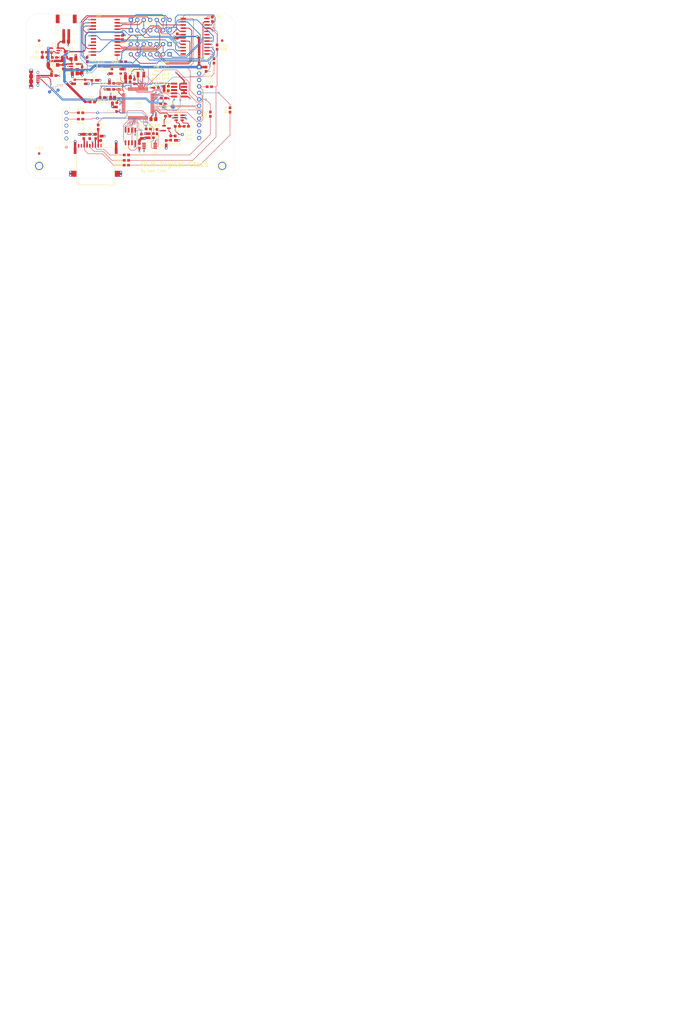
<source format=kicad_pcb>
(kicad_pcb (version 20240108) (generator "pcbnew") (generator_version "8.0")
  (layers (0 "F.Cu" signal) (1 "In1.Cu" signal) (2 "In2.Cu" signal) (31 "B.Cu" signal) (34 "B.Paste" user) (35 "F.Paste" user) (36 "B.SilkS" user "B.Silkscreen") (37 "F.SilkS" user "F.Silkscreen") (38 "B.Mask" user) (39 "F.Mask" user) (44 "Edge.Cuts" user))
  (net 0 "")
  (net 1 "GND")
  (net 2 "VBAT")
  (net 3 "/~{RST}")
  (net 4 "Net-(L1-1)")
  (net 5 "/Power/Vin")
  (net 6 "+3V3")
  (net 7 "/AREF")
  (net 8 "Net-(D2-K)")
  (net 9 "Net-(U3-SNS)")
  (net 10 "Net-(U3-SNSK)")
  (net 11 "VBUS")
  (net 12 "Net-(CHG1-PadC)")
  (net 13 "Net-(D2-A)")
  (net 14 "/SWDIO")
  (net 15 "/SWCLK")
  (net 16 "/SWD/Key")
  (net 17 "/SWD/n{slash}c")
  (net 18 "/SWD/SWO")
  (net 19 "/Wi-Fi/TXO")
  (net 20 "/CS1")
  (net 21 "/Wi-Fi/GP0")
  (net 22 "/BUSY")
  (net 23 "/MOSI")
  (net 24 "/SCLK")
  (net 25 "/Wi-Fi/RXI")
  (net 26 "/MISO")
  (net 27 "/Wi-Fi/3Vo")
  (net 28 "/Light Sensor/3Vo")
  (net 29 "/SDA")
  (net 30 "/SCL")
  (net 31 "/Display/E")
  (net 32 "/Display/D")
  (net 33 "/Display/F")
  (net 34 "/Display/G")
  (net 35 "/Display/RED_2")
  (net 36 "/Display/DP")
  (net 37 "/Display/GREEN_2")
  (net 38 "/Display/RED_1")
  (net 39 "/Display/C")
  (net 40 "/Display/BLUE_2")
  (net 41 "/Display/BLUE_1")
  (net 42 "/Display/GREEN_1")
  (net 43 "/Display/A")
  (net 44 "/Display/B")
  (net 45 "/Display/GREEN_4")
  (net 46 "/Display/RED_4")
  (net 47 "/Display/GREEN_3")
  (net 48 "/Display/BLUE_3")
  (net 49 "/Display/RED_3")
  (net 50 "/Display/BLUE_4")
  (net 51 "Net-(L1-2)")
  (net 52 "/MCU_OSC/D8_NEOPIX")
  (net 54 "Net-(Q2-B)")
  (net 55 "Net-(U1-STAT)")
  (net 56 "Net-(U1-PROG)")
  (net 57 "/Power/EN")
  (net 58 "/ON{slash}OFF")
  (net 59 "Net-(R9-Pad2)")
  (net 60 "/CS")
  (net 61 "/MCU_OSC/V_DIV")
  (net 62 "/MCU_OSC/D13")
  (net 63 "Net-(U7-ISET)")
  (net 65 "/D+")
  (net 66 "/D-")
  (net 67 "/MCU_OSC/RX_D0")
  (net 70 "/MCU_OSC/A3")
  (net 73 "/SCK")
  (net 80 "/MCU_OSC/TX_D1")
  (net 82 "/MCU_OSC/A2")
  (net 84 "/MCU_OSC/A5")
  (net 85 "/DATA2")
  (net 86 "/CS2")
  (net 87 "/MCU_OSC/A4")
  (net 89 "/DATA3")
  (net 91 "/MCU_OSC/A1")
  (net 92 "/MCU_OSC/A0")
  (net 93 "/DATA1")
  (net 94 "/DATA0")
  (net 96 "/Temperature Sensor/A2")
  (net 97 "/Temperature Sensor/A0")
  (net 98 "/Temperature Sensor/ALERT")
  (net 99 "/Temperature Sensor/A1")
  (net 104 "/~{WIFIRST}")
  (net 105 "/CS3")
  (net 106 "Net-(U6-ISET)")
  (net 107 "/MCU_OSC/D12")
  (net 108 "Net-(U$1A-PA01{slash}EINT1{slash}SERCOM1.1)")
  (net 109 "Net-(U$1A-PA00{slash}EINT0{slash}SERCOM1.0)")
  (footprint "Library:0603-NO" (layer "F.Cu") (at 166.59 94.4)
    (property "Reference" "R13")
    (property "Value" "2.2K")
  )
  (footprint "Capacitor_SMD:C_0603_1608Metric_Pad1.08x0.95mm_HandSolder" (layer "F.Cu") (at 163.75 90.31875)
    (property "Reference" "C11")
    (property "Value" "1uF")
  )
  (footprint "Library:CONN5_1LFBN-RC_SUL" (layer "F.Cu") (at 113.2 117.9 90)
    (property "Reference" "J4" (hide yes))
    (property "Value" "Conn_01x05")
  )
  (footprint "Library:0603-NO" (layer "F.Cu") (at 134.024 100.158 180)
    (property "Reference" "R32")
    (property "Value" "0")
  )
  (footprint "Library:0603-NO" (layer "F.Cu") (at 138.63 95.94)
    (property "Reference" "R11")
    (property "Value" "100K")
  )
  (footprint "Library:0603-NO" (layer "F.Cu") (at 167.71 89.71)
    (property "Reference" "R4")
    (property "Value" "10K")
  )
  (footprint "Library:0805-NO" (layer "F.Cu") (at 128.32 72.14)
    (property "Reference" "C1")
    (property "Value" "10µF")
  )
  (footprint "Library:AMPHENOL_20021521-00010T4LF" (layer "F.Cu") (at 172.76 91.23 90)
    (property "Reference" "J1")
    (property "Value" "~")
  )
  (footprint "Library:0603-NO" (layer "F.Cu") (at 192.786 99.06 -90)
    (property "Reference" "R24")
    (property "Value" "0")
  )
  (footprint "Library:0603-NO" (layer "F.Cu") (at 134.024 102.6668 180)
    (property "Reference" "R31")
    (property "Value" "0")
  )
  (footprint "Fiducial:Fiducial_1mm_Mask2mm" (layer "F.Cu") (at 117.72 116.2)
    (property "Reference" "FID3")
    (property "Value" "Fiducial")
  )
  (footprint "Library:0603-NO" (layer "F.Cu") (at 171.259 110.15 -90)
    (property "Reference" "C13")
    (property "Value" "10nF")
  )
  (footprint "Library:GCT_MEM2075-00-140-01-A" (layer "F.Cu") (at 139.47 124.58)
    (property "Reference" "J2" (hide yes))
    (property "Value" "MEM2075-00-140-01-A")
  )
  (footprint "Capacitor_SMD:C_0603_1608Metric_Pad1.08x0.95mm_HandSolder" (layer "F.Cu") (at 139.3475 87.38)
    (property "Reference" "C2")
    (property "Value" "1uF")
  )
  (footprint "Capacitor_SMD:C_0603_1608Metric_Pad1.08x0.95mm_HandSolder" (layer "F.Cu") (at 152.625 88.02 180)
    (property "Reference" "C3")
    (property "Value" "1uF")
  )
  (footprint "Library:0603-NO" (layer "F.Cu") (at 157.93 109.4 90)
    (property "Reference" "R10")
    (property "Value" "10K")
  )
  (footprint "Library:SOP65P490X110-8N" (layer "F.Cu") (at 161.18 113.16 180)
    (property "Reference" "U5")
    (property "Value" "MCP9808-E_MS")
  )
  (footprint "Library:0603-NO" (layer "F.Cu") (at 185.8518 63.3476 90)
    (property "Reference" "R40")
    (property "Value" "0")
  )
  (footprint "Library:MountingHole_2.5mm" (layer "F.Cu") (at 117.72 66.07)
    (property "Reference" "@HOLE1" (hide yes))
    (property "Value" "MountingHole")
  )
  (footprint "Package_QFP:TQFP-64_10x10mm_P0.5mm" (layer "F.Cu") (at 156.5875 96.5)
    (property "Reference" "U$1")
    (property "Value" "ATSAMD51J19A-AUT")
  )
  (footprint "Library:XTAL3215" (layer "F.Cu") (at 149.1 89.8 90)
    (property "Reference" "X3")
    (property "Value" "32.768 kHz")
  )
  (footprint "TestPoint:TestPoint_THTPad_1.0x1.0mm_Drill0.5mm" (layer "F.Cu") (at 174.0408 108.712)
    (property "Reference" "TP1" (hide yes))
    (property "Value" "TestPoint")
  )
  (footprint "Capacitor_SMD:C_0603_1608Metric_Pad1.08x0.95mm_HandSolder" (layer "F.Cu") (at 155.2 87.9 90)
    (property "Reference" "C12")
    (property "Value" "1uF")
  )
  (footprint "Library:SOD-123" (layer "F.Cu") (at 123.15 81.33 180)
    (property "Reference" "D1")
    (property "Value" "MBR120")
  )
  (footprint "Library:0603-NO" (layer "F.Cu") (at 183.388 83.0208 -90)
    (property "Reference" "R36")
    (property "Value" "10K")
  )
  (footprint "Library:0603-NO" (layer "F.Cu") (at 167.6908 111.9496 90)
    (property "Reference" "R8")
    (property "Value" "200")
  )
  (footprint "Library:0603-NO" (layer "F.Cu") (at 164.084 107.569 90)
    (property "Reference" "R28")
    (property "Value" "0")
  )
  (footprint "Library:0603-NO" (layer "F.Cu") (at 146.1609 90.9582 180)
    (property "Reference" "C15")
    (property "Value" "22pF")
  )
  (footprint "Library:CHIPLED_0805_NOOUTLINE" (layer "F.Cu") (at 119.99 78.32 90)
    (property "Reference" "CHG1")
    (property "Value" "ORANGE")
  )
  (footprint "Library:0603-NO" (layer "F.Cu") (at 168.25 101.5 180)
    (property "Reference" "R7")
    (property "Value" "2.2K")
  )
  (footprint "Library:0805-NO" (layer "F.Cu") (at 162.65 102.7 180)
    (property "Reference" "C9")
    (property "Value" "10µF")
  )
  (footprint "Library:INDUCTOR_1007" (layer "F.Cu") (at 157.75 85.14 180)
    (property "Reference" "L1")
    (property "Value" "10uH")
  )
  (footprint "Capacitor_SMD:C_0603_1608Metric_Pad1.08x0.95mm_HandSolder" (layer "F.Cu") (at 147.4 96.2 180)
    (property "Reference" "C8")
    (property "Value" "1uF")
  )
  (footprint "Library:0603-NO" (layer "F.Cu") (at 160.655 106.553)
    (property "Reference" "R27")
    (property "Value" "0")
  )
  (footprint "Library:0603-NO" (layer "F.Cu") (at 184.658 89.916)
    (property "Reference" "R23")
    (property "Value" "0")
  )
  (footprint "Library:SOT95P280X145-6N" (layer "F.Cu") (at 172.8 102.1)
    (property "Reference" "U3")
    (property "Value" "AT42QT1011-TSHR")
  )
  (footprint "Library:0603-NO" (layer "F.Cu") (at 167.66 91.45)
    (property "Reference" "R14")
    (property "Value" "10K")
  )
  (footprint "Library:0603-NO" (layer "F.Cu") (at 135.255 109.474 -90)
    (property "Reference" "R20")
    (property "Value" "47K")
  )
  (footprint "Library:0603-NO" (layer "F.Cu") (at 146.2 88.57 180)
    (property "Reference" "C16")
    (property "Value" "22pF")
  )
  (footprint "Library:0603-NO" (layer "F.Cu") (at 161.83 110)
    (property "Reference" "R30")
    (property "Value" "10K")
  )
  (footprint "Library:SOT23-R" (layer "F.Cu") (at 127.73 77.19)
    (property "Reference" "Q1")
    (property "Value" "DMP2070UQ-7")
  )
  (footprint "Library:0603-NO" (layer "F.Cu") (at 186.4868 79.756 90)
    (property "Reference" "R39")
    (property "Value" "0")
  )
  (footprint "Library:0603-NO" (layer "F.Cu") (at 185.039 100.711 -90)
    (property "Reference" "R25")
    (property "Value" "0")
  )
  (footprint "Library:MOUNTINGHOLE_2.5_PLATED" (layer "F.Cu") (at 117.72 121.07)
    (property "Reference" "P$1" (hide yes))
    (property "Value" "MountingHole" (hide yes))
  )
  (footprint "Library:0603-NO" (layer "F.Cu") (at 123.44 85.52)
    (property "Reference" "R3")
    (property "Value" "100K")
  )
  (footprint "Library:0603-NO" (layer "F.Cu") (at 136.6012 79.1972 90)
    (property "Reference" "R35")
    (property "Value" "0")
  )
  (footprint "Library:0603-NO" (layer "F.Cu") (at 137.6172 109.474 -90)
    (property "Reference" "R19")
    (property "Value" "47K")
  )
  (footprint "Library:BTN_KMR2_4.6X2.8" (layer "F.Cu") (at 133.76 87.94)
    (property "Reference" "SW1" (hide yes))
    (property "Value" "KMR2" (hide yes))
  )
  (footprint "Library:0603-NO" (layer "F.Cu") (at 172.1 105.5 180)
    (property "Reference" "R9")
    (property "Value" "10K")
  )
  (footprint "Library:0603-NO" (layer "F.Cu") (at 175.6 105.5)
    (property "Reference" "C14")
    (property "Value" "10nF")
  )
  (footprint "Package_TO_SOT_SMD:SOT-23-5" (layer "F.Cu") (at 131.5725 81.91)
    (property "Reference" "U2")
    (property "Value" "AP2112-3.3")
  )
  (footprint "Library:0805-NO" (layer "F.Cu") (at 131.21 78.98)
    (property "Reference" "C4")
    (property "Value" "10µF")
  )
  (footprint "Library:0603-NO" (layer "F.Cu") (at 161.82 108.38)
    (property "Reference" "R29")
    (property "Value" "10K")
  )
  (footprint "NetTie:NetTie-2_SMD_Pad0.5mm" (layer "F.Cu") (at 148.6916 94.2594 180)
    (property "Reference" "NT1" (hide yes))
    (property "Value" "NetTie_2" (hide yes))
  )
  (footprint "Connector_PinHeader_2.54mm:PinHeader_1x07_P2.54mm_Vertical" (layer "F.Cu") (at 169.03 73.15 -90)
    (property "Reference" "J6" (hide yes))
    (property "Value" "Conn_01x07_Socket")
  )
  (footprint "Connector_PinHeader_2.54mm:PinHeader_1x07_P2.54mm_Vertical" (layer "F.Cu") (at 153.79 67.7 90)
    (property "Reference" "J7" (hide yes))
    (property "Value" "Conn_01x07_Socket")
  )
  (footprint "Library:SOT23-5" (layer "F.Cu") (at 123.8499 75.66 90)
    (property "Reference" "U1")
    (property "Value" "MCP73831T-2ACI/OT")
  )
  (footprint "Library:0603-NO" (layer "F.Cu") (at 123.73 78.4)
    (property "Reference" "R2")
    (property "Value" "10K")
  )
  (footprint "Library:0603-NO" (layer "F.Cu") (at 152.04 118.9)
    (property "Reference" "R15")
    (property "Value" "0")
  )
  (footprint "Library:0603-NO" (layer "F.Cu") (at 166.37 96.647)
    (property "Reference" "R26")
    (property "Value" "0")
  )
  (footprint "Library:0603-NO" (layer "F.Cu") (at 139.954 109.474 -90)
    (property "Reference" "R21")
    (property "Value" "47K")
  )
  (footprint "Library:SOLDERJUMPER_CLOSEDWIRE" (layer "F.Cu") (at 146.61 94.3 180)
    (property "Reference" "SJ1")
    (property "Value" "SOLDERJUMPERCLOSED")
  )
  (footprint "Library:0603-NO" (layer "F.Cu") (at 140.5128 81.6864)
    (property "Reference" "R34")
    (property "Value" "0")
  )
  (footprint "Connector_PinSocket_2.54mm:PinSocket_1x12_P2.54mm_Vertical" (layer "F.Cu") (at 180.65 82.17)
    (property "Reference" "J3")
    (property "Value" "Conn_01x12_Socket")
  )
  (footprint "Library:0603-NO" (layer "F.Cu") (at 152.02 120.78)
    (property "Reference" "R16")
    (property "Value" "0")
  )
  (footprint "Connector_JST:JST_PH_S2B-PH-SM4-TB_1x02-1MP_P2.00mm_Horizontal" (layer "F.Cu") (at 128.36 66.12 180)
    (property "Reference" "X1" (hide yes))
    (property "Value" "JSTPH")
  )
  (footprint "Library:MOUNTINGHOLE_2.5_PLATED" (layer "F.Cu") (at 189.72 121.07)
    (property "Reference" "P$2" (hide yes))
    (property "Value" "MountingHole" (hide yes))
  )
  (footprint "Library:0603-NO" (layer "F.Cu") (at 187.706 74.3204 90)
    (property "Reference" "R38")
    (property "Value" "0")
  )
  (footprint "Library:0603-NO" (layer "F.Cu") (at 140.93 105.81 90)
    (property "Reference" "R18")
    (property "Value" "0")
  )
  (footprint "Connector_PinHeader_2.54mm:PinHeader_1x07_P2.54mm_Vertical" (layer "F.Cu") (at 169.03 77.15 -90)
    (property "Reference" "J8" (hide yes))
    (property "Value" "Conn_01x07_Socket")
  )
  (footprint "Library:0603-NO" (layer "F.Cu") (at 169.469 110.11 -90)
    (property "Reference" "D2")
    (property "Value" "Green")
  )
  (footprint "Library:0603-NO" (layer "F.Cu") (at 142.54 94.09)
    (property "Reference" "R12")
    (property "Value" "100K")
  )
  (footprint "Library:0603-NO" (layer "F.Cu") (at 127.21 82.08 -90)
    (property "Reference" "R5")
    (property "Value" "10K")
  )
  (footprint "Library:Board_Outline" (layer "F.Cu") (at 112.6809 61.0845)
    (property "Reference" "PCB1" (hide yes))
    (property "Value" "~" (hide yes))
    (fp_line (start 0 60) (end 0 5) (stroke (width 0.05)) (layer "Edge.Cuts"))
    (fp_line (start 5 0) (end 77 0) (stroke (width 0.05)) (layer "Edge.Cuts"))
    (fp_line (start 77 65) (end 5 65) (stroke (width 0.05)) (layer "Edge.Cuts"))
    (fp_line (start 82 5) (end 82 60) (stroke (width 0.05)) (layer "Edge.Cuts"))
    (fp_arc (start 0 5) (mid 1.464466 1.464466) (end 5 0) (stroke (width 0.05)) (layer "Edge.Cuts"))
    (fp_arc (start 5 65) (mid 1.464466 63.535534) (end 0 60) (stroke (width 0.05)) (layer "Edge.Cuts"))
    (fp_arc (start 77 0) (mid 80.535534 1.464466) (end 82 5) (stroke (width 0.05)) (layer "Edge.Cuts"))
    (fp_arc (start 82 60) (mid 80.535534 63.535534) (end 77 65) (stroke (width 0.05)) (layer "Edge.Cuts"))
  )
  (footprint "Capacitor_SMD:C_0603_1608Metric_Pad1.08x0.95mm_HandSolder" (layer "F.Cu") (at 134.63 83.05 -90)
    (property "Reference" "C7")
    (property "Value" "1uF")
  )
  (footprint "Package_SO:SOIC-8_3.9x4.9mm_P1.27mm" (layer "F.Cu") (at 153.6 109.5 -90)
    (property "Reference" "U4")
    (property "Value" "2MB Flash")
  )
  (footprint "Library:0805-NO" (layer "F.Cu") (at 131.73 84.68)
    (property "Reference" "C6")
    (property "Value" "10µF")
  )
  (footprint "Library:0603-NO" (layer "F.Cu") (at 172.05 69.965 90)
    (property "Reference" "R41")
    (property "Value" "9.53k")
  )
  (footprint "Connector_USB:USB_Micro-B_Amphenol_10118194_Horizontal" (layer "F.Cu") (at 115.84 86.81 -90)
    (property "Reference" "X2" (hide yes))
    (property "Value" "microUSB 2.0 B")
  )
  (footprint "Library:MountingHole_2.5mm" (layer "F.Cu") (at 189.72 66.07)
    (property "Reference" "@HOLE2" (hide yes))
    (property "Value" "MountingHole")
  )
  (footprint "Library:0603-NO" (layer "F.Cu") (at 152.04 116.77)
    (property "Reference" "R17")
    (property "Value" "0")
  )
  (footprint "Fiducial:Fiducial_1mm_Mask2mm" (layer "F.Cu") (at 189.72 71.75)
    (property "Reference" "FID2")
    (property "Value" "Fiducial")
  )
  (footprint "Library:0603-NO" (layer "F.Cu") (at 150.8896 80.0608)
    (property "Reference" "R33")
    (property "Value" "0")
  )
  (footprint "Library:0603-NO" (layer "F.Cu") (at 141.95 110.22 -90)
    (property "Reference" "R22")
    (property "Value" "47K")
  )
  (footprint "Library:0603-NO" (layer "F.Cu") (at 119.8 76.32)
    (property "Reference" "R1")
    (property "Value" "1K")
  )
  (footprint "Library:SOIC127P1032X265-24N" (layer "F.Cu") (at 143.745 70.455)
    (property "Reference" "U6")
    (property "Value" "MAX7221CWGT+")
  )
  (footprint "Capacitor_SMD:C_0603_1608Metric_Pad1.08x0.95mm_HandSolder" (layer "F.Cu") (at 148.15 98.75 90)
    (property "Reference" "C10")
    (property "Value" "1uF")
  )
  (footprint "Fiducial:Fiducial_1mm_Mask2mm" (layer "F.Cu") (at 117.72 71.75)
    (property "Reference" "FID1")
    (property "Value" "Fiducial")
  )
  (footprint "Capacitor_SMD:C_0603_1608Metric_Pad1.08x0.95mm_HandSolder" (layer "F.Cu") (at 157.14 113.18 -90)
    (property "Reference" "C17")
    (property "Value" "1uF")
  )
  (footprint "Package_TO_SOT_SMD:SOT-23" (layer "F.Cu") (at 167.8 106.2375)
    (property "Reference" "Q2")
    (property "Value" "MMBT2222A-7-F")
  )
  (footprint "Library:SOIC127P1032X265-24N" (layer "F.Cu") (at 179.045 70.04 180)
    (property "Reference" "U7")
    (property "Value" "MAX7221CWGT")
  )
  (footprint "Connector_PinHeader_2.54mm:PinHeader_1x07_P2.54mm_Vertical" (layer "F.Cu") (at 153.79 63.6 90)
    (property "Reference" "J5" (hide yes))
    (property "Value" "Conn_01x07_Socket")
  )
  (footprint "Library:0603-NO" (layer "F.Cu") (at 150.55 70.525 -90)
    (property "Reference" "R37")
    (property "Value" "9.53k")
  )
  (footprint "Library:0805-NO" (layer "F.Cu") (at 152.625 86.22 180)
    (property "Reference" "C5")
    (property "Value" "10µF")
  )
  (footprint "Library:LED3535" (layer "F.Cu") (at 148.06 83.87 180)
    (property "Reference" "LED1")
    (property "Value" "WS2812B3535")
  )
  (footprint "Library:B1,27_385" (layer "B.Cu") (at 125.1458 91.2368 180)
    (property "Reference" "TP3")
    (property "Value" "~")
  )
  (footprint "Library:B1,27_385" (layer "B.Cu") (at 121.8 91.96 180)
    (property "Reference" "TP2")
    (property "Value" "~")
  )
  (footprint "Library:TESTPOINT_ROUND_1.5MM" (layer "B.Cu") (at 170.35 97.8)
    (property "Reference" "TP5")
    (property "Value" "TESTPOINTROUND1.5MM")
  )
  (footprint "Library:TESTPOINT_ROUND_1.5MM" (layer "B.Cu") (at 166.85 97.95)
    (property "Reference" "TP4")
    (property "Value" "TESTPOINTROUND1.5MM")
  )
  (gr_text "RGB Digital Clock" (at 157.3276 121.6152 0) (layer "F.SilkS") (effects (font (size 2 2) (thickness 0.35) (bold yes)) (justify left bottom)))
  (gr_text "Order:\nDisp 1 1-7\nDisp 2 1-7\nDisp 1 14-8\nDisp 2 14-8" (at 169 87.25 0) (layer "F.SilkS") (effects (font (size 1 0.7) (thickness 0.17) (bold yes)) (justify right bottom)))
  (gr_text "CAP\nPAD" (at 175.0314 111.1504 0) (layer "F.SilkS") (effects (font (size 1 1) (thickness 0.17) (bold yes)) (justify left bottom)))
  (gr_text "By Sam Chen" (at 157.6324 123.5964 0) (layer "F.SilkS") (effects (font (size 1 1) (thickness 0.2) (bold yes)) (justify left bottom)))
  (segment (start 132.68 84.68) (end 133.8625 84.68) (width 1) (layer "F.Cu") (net 1))
  (segment (start 129.16 81.91) (end 129.15 81.9) (width 0.5) (layer "F.Cu") (net 1))
  (segment (start 145.35 88.57) (end 145.35 87.15) (width 1) (layer "F.Cu") (net 1))
  (segment (start 137.05 67.5) (end 137.27 67.28) (width 0.5) (layer "F.Cu") (net 1))
  (segment (start 148.02 111.52) (end 148 111.5) (width 1) (layer "F.Cu") (net 1))
  (segment (start 164.9916 92.764825) (end 164.781425 92.975) (width 0.3) (layer "F.Cu") (net 1))
  (segment (start 130.15 88.15) (end 130.74 88.74) (width 1) (layer "F.Cu") (net 1))
  (segment (start 149.85 124.15) (end 149.85 124.84) (width 1) (layer "F.Cu") (net 1))
  (segment (start 157.5 87.5) (end 157.8375 87.8375) (width 0.3) (layer "F.Cu") (net 1))
  (segment (start 173.31 88.69) (end 174.71 88.69) (width 0.5) (layer "F.Cu") (net 1))
  (segment (start 144.08 94.27) (end 143.14 94.27) (width 0.5) (layer "F.Cu") (net 1))
  (segment (start 130.03 124.8) (end 130.03 124.05) (width 1) (layer "F.Cu") (net 1))
  (segment (start 141.62 87.38) (end 141.65 87.35) (width 1) (layer "F.Cu") (net 1))
  (segment (start 129.2 73.75) (end 129.2 72.21) (width 0.5) (layer "F.Cu") (net 1))
  (segment (start 151.675 86.22) (end 151.675 84.675) (width 1) (layer "F.Cu") (net 1))
  (segment (start 168.575 94.4) (end 168.925 94.75) (width 0.5) (layer "F.Cu") (net 1))
  (segment (start 155.3375 102.1625) (end 155.3375 104.3875) (width 0.3) (layer "F.Cu") (net 1))
  (segment (start 151.7625 88.02) (end 151.7625 86.3075) (width 1) (layer "F.Cu") (net 1))
  (segment (start 149.84 124.16) (end 149.85 124.15) (width 0.5) (layer "F.Cu") (net 1))
  (segment (start 117.24 88.11) (end 117.24 89.31) (width 0.5) (layer "F.Cu") (net 1))
  (segment (start 137.27 67.28) (end 139.09 67.28) (width 0.5) (layer "F.Cu") (net 1))
  (segment (start 130.74 88.74) (end 131.71 88.74) (width 1) (layer "F.Cu") (net 1))
  (segment (start 135.81 88.74) (end 137.04 88.74) (width 1) (layer "F.Cu") (net 1))
  (segment (start 130.015 123.5) (end 131.885 123.5) (width 1) (layer "F.Cu") (net 1))
  (segment (start 130.03 123.515) (end 130.015 123.5) (width 1) (layer "F.Cu") (net 1))
  (segment (start 185.048883 66.865) (end 183.7 66.865) (width 0.5) (layer "F.Cu") (net 1))
  (segment (start 161.73 102.92) (end 161.73 101.77) (width 0.5) (layer "F.Cu") (net 1))
  (segment (start 132.16 77.51) (end 132.16 78.98) (width 1) (layer "F.Cu") (net 1))
  (segment (start 146.5375 97.6375) (end 146.55 97.65) (width 1) (layer "F.Cu") (net 1))
  (segment (start 161.73 101.77) (end 162.5 101) (width 0.5) (layer "F.Cu") (net 1))
  (segment (start 137.27 73.63) (end 139.09 73.63) (width 0.5) (layer "F.Cu") (net 1))
  (segment (start 136.55 111.55) (end 136.55 113.16) (width 0.5) (layer "F.Cu") (net 1))
  (segment (start 114.54 83.785) (end 114.54 89.835) (width 1) (layer "F.Cu") (net 1))
  (segment (start 124.58 85.54) (end 125.7 85.54) (width 0.5) (layer "F.Cu") (net 1))
  (segment (start 133.8625 84.68) (end 133.98 84.68) (width 1) (layer "F.Cu") (net 1))
  (segment (start 150.925 95.75) (end 149.898529 95.75) (width 0.3) (layer "F.Cu") (net 1))
  (segment (start 151.695 107.025) (end 151.695 105.455) (width 0.5) (layer "F.Cu") (net 1))
  (segment (start 126.25 75.66) (end 125.15 75.66) (width 0.5) (layer "F.Cu") (net 1))
  (segment (start 131.87 124.16) (end 130.14 124.16) (width 0.5) (layer "F.Cu") (net 1))
  (segment (start 174.71 91.23) (end 173.5 91.23) (width 0.5) (layer "F.Cu") (net 1))
  (segment (start 149.85 123.5) (end 149.85 124.15) (width 1) (layer "F.Cu") (net 1))
  (segment (start 146.7875 97.8875) (end 146.55 97.65) (width 1) (layer "F.Cu") (net 1))
  (segment (start 134.63 85.33) (end 134.7 85.4) (width 1) (layer "F.Cu") (net 1))
  (segment (start 186.1666 67.982717) (end 185.048883 66.865) (width 0.5) (layer "F.Cu") (net 1))
  (segment (start 148.15 97.8875) (end 146.7875 97.8875) (width 1) (layer "F.Cu") (net 1))
  (segment (start 143.7082 90.9582) (end 143.5 90.75) (width 1) (layer "F.Cu") (net 1))
  (segment (start 164.781425 92.975) (end 163.647285 92.975) (width 0.3) (layer "F.Cu") (net 1))
  (segment (start 155.2 87.0375) (end 155.2 85.7) (width 0.5) (layer "F.Cu") (net 1))
  (segment (start 163.38 111.45) (end 163.83 111) (width 0.3) (layer "F.Cu") (net 1))
  (segment (start 145.255 84.745) (end 146.31 84.745) (width 1) (layer "F.Cu") (net 1))
  (segment (start 133.8625 84.68) (end 134.63 83.9125) (width 1) (layer "F.Cu") (net 1))
  (segment (start 164.6125 89.2) (end 164.6125 90.31875) (width 0.5) (layer "F.Cu") (net 1))
  (segment (start 155.2 85.7) (end 155.15 85.65) (width 0.5) (layer "F.Cu") (net 1))
  (segment (start 174.71 87.46) (end 171.5 84.25) (width 0.5) (layer "F.Cu") (net 1))
  (segment (start 162.5 101) (end 162.5 100.5) (width 0.3) (layer "F.Cu") (net 1))
  (segment (start 151.695 105.455) (end 151.7 105.45) (width 0.5) (layer "F.Cu") (net 1))
  (segment (start 157.8375 87.8375) (end 157.8375 90.8375) (width 0.3) (layer "F.Cu") (net 1))
  (segment (start 144.45 93.9) (end 144.08 94.27) (width 0.5) (layer "F.Cu") (net 1))
  (segment (start 130.03 124.05) (end 130.03 123.515) (width 1) (layer "F.Cu") (net 1))
  (segment (start 163.372285 93.25) (end 162.25 93.25) (width 0.3) (layer "F.Cu") (net 1))
  (segment (start 173.06 88.94) (end 173.31 88.69) (width 0.5) (layer "F.Cu") (net 1))
  (segment (start 130.435 81.91) (end 129.16 81.91) (width 0.5) (layer "F.Cu") (net 1))
  (segment (start 174.71 91.23) (end 174.71 92.5) (width 0.5) (layer "F.Cu") (net 1))
  (segment (start 165.18 107.22) (end 166.875 107.22) (width 0.5) (layer "F.Cu") (net 1))
  (segment (start 175.35 101.15) (end 173.97 101.15) (width 0.5) (layer "F.Cu") (net 1))
  (segment (start 149.81 124.85) (end 147.99 124.85) (width 1) (layer "F.Cu") (net 1))
  (segment (start 129.35 68.98) (end 129.36 68.97) (width 1) (layer "F.Cu") (net 1))
  (segment (start 163.38 112.185) (end 163.38 111.45) (width 0.3) (layer "F.Cu") (net 1))
  (segment (start 167.44 94.4) (end 168.575 94.4) (width 0.5) (layer "F.Cu") (net 1))
  (segment (start 131.875 111.375) (end 131.87 111.38) (width 1) (layer "F.Cu") (net 1))
  (segment (start 157.14 114.0425) (end 157.14 115.39) (width 0.5) (layer "F.Cu") (net 1))
  (segment (start 148.02 115.16) (end 148.02 111.52) (width 1) (layer "F.Cu") (net 1))
  (segment (start 124.58 78.4) (end 125.7 78.4) (width 0.5) (layer "F.Cu") (net 1))
  (segment (start 146.5375 96.2) (end 146.5375 97.6375) (width 1) (layer "F.Cu") (net 1))
  (segment (start 162.5 100.5) (end 162.25 100.25) (width 0.3) (layer "F.Cu") (net 1))
  (segment (start 170.4 102.1) (end 171.63 102.1) (width 0.5) (layer "F.Cu") (net 1))
  (segment (start 134.63 83.9125) (end 134.63 85.33) (width 1) (layer "F.Cu") (net 1))
  (segment (start 129.35 72.06) (end 129.35 68.98) (width 1) (layer "F.Cu") (net 1))
  (segment (start 155.3375 104.3875) (end 155.25 104.475) (width 0.3) (layer "F.Cu") (net 1))
  (segment (start 148.02 124.16) (end 149.84 124.16) (width 0.5) (layer "F.Cu") (net 1))
  (segment (start 163.647285 92.975) (end 163.372285 93.25) (width 0.3) (layer "F.Cu") (net 1))
  (segment (start 130.03 124.8) (end 131.9 124.8) (width 1) (layer "F.Cu") (net 1))
  (segment (start 130.14 124.16) (end 130.03 124.05) (width 0.5) (layer "F.Cu") (net 1))
  (segment (start 149.898529 95.75) (end 149.673529 95.525) (width 0.3) (layer "F.Cu") (net 1))
  (segment (start 149.673529 95.525) (end 149.55 95.525) (width 0.3) (layer "F.Cu") (net 1))
  (segment (start 145 85) (end 145.255 84.745) (width 1) (layer "F.Cu") (net 1))
  (segment (start 149.85 124.84) (end 149.84 124.85) (width 0.5) (layer "F.Cu") (net 1))
  (segment (start 131.87 111.38) (end 131.87 115.16) (width 1) (layer "F.Cu") (net 1))
  (segment (start 140.21 87.38) (end 141.62 87.38) (width 1) (layer "F.Cu") (net 1))
  (segment (start 145.3109 90.9582) (end 143.7082 90.9582) (width 1) (layer "F.Cu") (net 1))
  (segment (start 149.82 123.5) (end 148 123.5) (width 1) (layer "F.Cu") (net 1))
  (segment (start 173.06 90.79) (end 173.06 88.94) (width 0.5) (layer "F.Cu") (net 1))
  (segment (start 173.5 91.23) (end 173.06 90.79) (width 0.5) (layer "F.Cu") (net 1))
  (segment (start 137.04 88.74) (end 137.05 88.75) (width 1) (layer "F.Cu") (net 1))
  (segment (start 185.535 73.215) (end 183.7 73.215) (width 0.5) (layer "F.Cu") (net 1))
  (segment (start 172.679 111) (end 171.259 111) (width 1) (layer "F.Cu") (net 1))
  (segment (start 170.25 102.25) (end 170.4 102.1) (width 0.5) (layer "F.Cu") (net 1))
  (segment (start 151.675 84.675) (end 151.5 84.5) (width 1) (layer "F.Cu") (net 1))
  (segment (start 133.98 84.68) (end 134.7 85.4) (width 1) (layer "F.Cu") (net 1))
  (segment (start 174.71 88.69) (end 174.71 87.46) (width 0.5) (layer "F.Cu") (net 1))
  (via (at 132.16 77.51) (size 0.7) (drill 0.35) (layers "F.Cu" "B.Cu") (net 1))
  (via (at 144.45 93.9) (size 0.7) (drill 0.35) (layers "F.Cu" "B.Cu") (net 1))
  (via (at 155.25 104.475) (size 0.7) (drill 0.35) (layers "F.Cu" "B.Cu") (net 1))
  (via (at 157.14 115.39) (size 0.7) (drill 0.35) (layers "F.Cu" "B.Cu") (net 1))
  (via (at 151.5 84.5) (size 0.7) (drill 0.35) (layers "F.Cu" "B.Cu") (net 1))
  (via (at 130.03 124.8) (size 1) (drill 0.5) (layers "F.Cu" "B.Cu") (net 1))
  (via (at 149.85 123.5) (size 1) (drill 0.5) (layers "F.Cu" "B.Cu") (net 1))
  (via (at 137.05 67.5) (size 0.7) (drill 0.35) (layers "F.Cu" "B.Cu") (net 1))
  (via (at 126.25 75.66) (size 0.7) (drill 0.35) (layers "F.Cu" "B.Cu") (net 1))
  (via (at 145 85) (size 0.7) (drill 0.35) (layers "F.Cu" "B.Cu") (net 1))
  (via (at 143.5 90.75) (size 0.7) (drill 0.35) (layers "F.Cu" "B.Cu") (net 1))
  (via (at 125.7 78.4) (size 0.7) (drill 0.35) (layers "F.Cu" "B.Cu") (net 1))
  (via (at 149.84 124.85) (size 1) (drill 0.5) (layers "F.Cu" "B.Cu") (net 1))
  (via (at 145.35 87.15) (size 0.7) (drill 0.35) (layers "F.Cu" "B.Cu") (net 1))
  (via (at 165.18 107.22) (size 0.7) (drill 0.35) (layers "F.Cu" "B.Cu") (net 1))
  (via (at 168.925 94.75) (size 0.7) (drill 0.35) (layers "F.Cu" "B.Cu") (net 1))
  (via (at 157.5 87.5) (size 0.7) (drill 0.35) (layers "F.Cu" "B.Cu") (net 1))
  (via (at 172.679 111) (size 1) (drill 0.5) (layers "F.Cu" "B.Cu") (net 1))
  (via (at 125.7 85.54) (size 0.7) (drill 0.35) (layers "F.Cu" "B.Cu") (net 1))
  (via (at 136.55 111.55) (size 0.7) (drill 0.35) (layers "F.Cu" "B.Cu") (net 1))
  (via (at 151.7 105.45) (size 0.7) (drill 0.35) (layers "F.Cu" "B.Cu") (net 1))
  (via (at 129.2 73.75) (size 0.7) (drill 0.35) (layers "F.Cu" "B.Cu") (net 1))
  (via (at 137.05 88.75) (size 1) (drill 0.5) (layers "F.Cu" "B.Cu") (net 1))
  (via (at 141.65 87.35) (size 1) (drill 0.5) (layers "F.Cu" "B.Cu") (net 1))
  (via (at 171.5 84.25) (size 0.7) (drill 0.35) (layers "F.Cu" "B.Cu") (net 1))
  (via (at 155.15 85.65) (size 0.7) (drill 0.35) (layers "F.Cu" "B.Cu") (net 1))
  (via (at 129.15 81.9) (size 0.7) (drill 0.35) (layers "F.Cu" "B.Cu") (net 1))
  (via (at 131.875 111.375) (size 1) (drill 0.5) (layers "F.Cu" "B.Cu") (net 1))
  (via (at 137.27 73.63) (size 0.7) (drill 0.35) (layers "F.Cu" "B.Cu") (net 1))
  (via (at 170.25 102.25) (size 0.7) (drill 0.35) (layers "F.Cu" "B.Cu") (net 1))
  (via (at 148 111.5) (size 1) (drill 0.5) (layers "F.Cu" "B.Cu") (net 1))
  (via (at 164.9916 92.764825) (size 0.7) (drill 0.35) (layers "F.Cu" "B.Cu") (net 1))
  (via (at 163.83 111) (size 0.7) (drill 0.35) (layers "F.Cu" "B.Cu") (net 1))
  (via (at 162.5 101) (size 0.7) (drill 0.35) (layers "F.Cu" "B.Cu") (net 1))
  (via (at 134.7 85.4) (size 1) (drill 0.5) (layers "F.Cu" "B.Cu") (net 1))
  (via (at 185.535 73.215) (size 0.7) (drill 0.35) (layers "F.Cu" "B.Cu") (net 1))
  (via (at 130.015 123.5) (size 1) (drill 0.5) (layers "F.Cu" "B.Cu") (net 1))
  (via (at 164.6125 89.2) (size 0.7) (drill 0.35) (layers "F.Cu" "B.Cu") (net 1))
  (via (at 186.1666 67.982717) (size 0.7) (drill 0.35) (layers "F.Cu" "B.Cu") (net 1))
  (via (at 130.15 88.15) (size 1) (drill 0.5) (layers "F.Cu" "B.Cu") (net 1))
  (via (at 149.55 95.525) (size 0.7) (drill 0.35) (layers "F.Cu" "B.Cu") (net 1))
  (via (at 146.55 97.65) (size 1) (drill 0.5) (layers "F.Cu" "B.Cu") (net 1))
  (via (at 175.35 101.15) (size 0.7) (drill 0.35) (layers "F.Cu" "B.Cu") (net 1))
  (segment (start 148.4 69.82) (end 150.405 69.82) (width 0.3) (layer "F.Cu") (net 2))
  (segment (start 129.35 76.1) (end 129.3 76.05) (width 0.5) (layer "F.Cu") (net 2))
  (segment (start 135.85 75.35) (end 135.1 76.1) (width 0.5) (layer "F.Cu") (net 2))
  (segment (start 151.575 69.675) (end 150.55 69.675) (width 0.5) (layer "F.Cu") (net 2))
  (segment (start 171.25 70.85) (end 172.015 70.85) (width 0.5) (layer "F.Cu") (net 2))
  (segment (start 179.85 70.1) (end 180.65 70.9) (width 1) (layer "F.Cu") (net 2))
  (segment (start 137.65 95.9) (end 135.85 95.9) (width 0.5) (layer "F.Cu") (net 2))
  (segment (start 125.15 74.71) (end 125.15 73.05) (width 0.5) (layer "F.Cu") (net 2))
  (segment (start 183.32 82.17) (end 183.35 82.2) (width 1) (layer "F.Cu") (net 2))
  (segment (start 127.16 74.71) (end 127.73 75.28) (width 0.5) (layer "F.Cu") (net 2))
  (segment (start 135.1 76.1) (end 129.35 76.1) (width 0.5) (layer "F.Cu") (net 2))
  (segment (start 128.3 88.35) (end 135.83 95.88) (width 1) (layer "F.Cu") (net 2))
  (segment (start 127.37 68.98) (end 127.36 68.97) (width 1) (layer "F.Cu") (net 2))
  (segment (start 174.39 70.675) (end 172.19 70.675) (width 0.5) (layer "F.Cu") (net 2))
  (segment (start 170.817081 70.417081) (end 170.817081 70.132919) (width 0.5) (layer "F.Cu") (net 2))
  (segment (start 129.3 76.05) (end 127.87 76.05) (width 1) (layer "F.Cu") (net 2))
  (segment (start 127.87 76.05) (end 127.73 76.19) (width 0.5) (layer "F.Cu") (net 2))
  (segment (start 126.06 72.14) (end 127.37 72.14) (width 0.5) (layer "F.Cu") (net 2))
  (segment (start 125.15 73.05) (end 126.06 72.14) (width 0.5) (layer "F.Cu") (net 2))
  (segment (start 135.85 95.9) (end 135.83 95.88) (width 0.5) (layer "F.Cu") (net 2))
  (segment (start 127.73 75.28) (end 127.73 76.19) (width 0.5) (layer "F.Cu") (net 2))
  (segment (start 125.15 74.71) (end 127.16 74.71) (width 0.5) (layer "F.Cu") (net 2))
  (segment (start 127.37 72.14) (end 127.37 68.98) (width 1) (layer "F.Cu") (net 2))
  (segment (start 180.65 82.17) (end 183.32 82.17) (width 1) (layer "F.Cu") (net 2))
  (segment (start 171.25 70.85) (end 170.817081 70.417081) (width 0.5) (layer "F.Cu") (net 2))
  (segment (start 180.65 70.9) (end 180.65 82.17) (width 1) (layer "F.Cu") (net 2))
  (via (at 179.85 70.1) (size 1) (drill 0.5) (layers "F.Cu" "B.Cu") (net 2))
  (via (at 129.3 76.05) (size 1) (drill 0.5) (layers "F.Cu" "B.Cu") (net 2))
  (via (at 151.575 69.675) (size 0.7) (drill 0.35) (layers "F.Cu" "B.Cu") (net 2))
  (via (at 135.85 75.35) (size 0.7) (drill 0.35) (layers "F.Cu" "B.Cu") (net 2))
  (via (at 128.3 88.35) (size 1) (drill 0.5) (layers "F.Cu" "B.Cu") (net 2))
  (via (at 170.817081 70.132919) (size 0.7) (drill 0.35) (layers "F.Cu" "B.Cu") (net 2))
  (segment (start 151.575 69.675) (end 150.5 68.6) (width 0.5) (layer "B.Cu") (net 2))
  (segment (start 127.65 87.7) (end 127.65 83.35) (width 1) (layer "B.Cu") (net 2))
  (segment (start 135.85 69.65) (end 135.85 75.35) (width 0.5) (layer "B.Cu") (net 2))
  (segment (start 170.817081 70.132919) (end 179.817081 70.132919) (width 0.5) (layer "B.Cu") (net 2))
  (segment (start 137.814925 83.35) (end 127.65 83.35) (width 1) (layer "B.Cu") (net 2))
  (segment (start 150.5 68.6) (end 150.318629 68.6) (width 0.5) (layer "B.Cu") (net 2))
  (segment (start 179.817081 70.132919) (end 179.85 70.1) (width 0.5) (layer "B.Cu") (net 2))
  (segment (start 127.65 83.35) (end 127.65 77.7) (width 1) (layer "B.Cu") (net 2))
  (segment (start 157.516016 82.17) (end 156.921015 81.574999) (width 1) (layer "B.Cu") (net 2))
  (segment (start 156.921015 81.574999) (end 139.589926 81.574999) (width 1) (layer "B.Cu") (net 2))
  (segment (start 137.1 68.4) (end 135.85 69.65) (width 0.5) (layer "B.Cu") (net 2))
  (segment (start 180.65 82.17) (end 157.516016 82.17) (width 1) (layer "B.Cu") (net 2))
  (segment (start 128.3 88.35) (end 127.65 87.7) (width 1) (layer "B.Cu") (net 2))
  (segment (start 139.589926 81.574999) (end 137.814925 83.35) (width 1) (layer "B.Cu") (net 2))
  (segment (start 150.118629 68.4) (end 137.1 68.4) (width 0.5) (layer "B.Cu") (net 2))
  (segment (start 127.65 77.7) (end 129.3 76.05) (width 1) (layer "B.Cu") (net 2))
  (segment (start 150.318629 68.6) (end 150.118629 68.4) (width 0.5) (layer "B.Cu") (net 2))
  (segment (start 138.485 88.955) (end 138.56 89.03) (width 0.3) (layer "F.Cu") (net 3))
  (segment (start 162.133884 88.5) (end 168.36 88.5) (width 0.3) (layer "F.Cu") (net 3))
  (segment (start 168.36 88.5) (end 168.55 88.69) (width 0.3) (layer "F.Cu") (net 3))
  (segment (start 138.485 87.38) (end 138.485 88.955) (width 0.3) (layer "F.Cu") (net 3))
  (segment (start 168.56 88.7) (end 168.55 88.69) (width 0.3) (layer "F.Cu") (net 3))
  (segment (start 168.56 89.71) (end 168.56 88.7) (width 0.3) (layer "F.Cu") (net 3))
  (segment (start 158.8375 89.99688) (end 159.28 89.55438) (width 0.3) (layer "F.Cu") (net 3))
  (segment (start 161.766942 88.866942) (end 162.133884 88.5) (width 0.3) (layer "F.Cu") (net 3))
  (segment (start 168.55 88.69) (end 170.81 88.69) (width 0.3) (layer "F.Cu") (net 3))
  (segment (start 131.71 87.14) (end 135.81 87.14) (width 0.3) (layer "F.Cu") (net 3))
  (segment (start 158.8375 90.8375) (end 158.8375 89.99688) (width 0.3) (layer "F.Cu") (net 3))
  (segment (start 159.28 89.55438) (end 159.28 88.58) (width 0.3) (layer "F.Cu") (net 3))
  (segment (start 135.81 87.14) (end 138.245 87.14) (width 0.3) (layer "F.Cu") (net 3))
  (via (at 161.766942 88.866942) (size 0.7) (drill 0.35) (layers "F.Cu" "B.Cu") (net 3))
  (via (at 159.28 88.58) (size 0.7) (drill 0.35) (layers "F.Cu" "B.Cu") (net 3))
  (via (at 138.56 89.03) (size 0.7) (drill 0.35) (layers "F.Cu" "B.Cu") (net 3))
  (segment (start 159.566942 88.866942) (end 159.28 88.58) (width 0.3) (layer "B.Cu") (net 3))
  (segment (start 161.766942 88.866942) (end 159.566942 88.866942) (width 0.3) (layer "B.Cu") (net 3))
  (segment (start 159.28 88.58) (end 159.26 88.6) (width 0.3) (layer "B.Cu") (net 3))
  (segment (start 138.99 88.6) (end 138.56 89.03) (width 0.3) (layer "B.Cu") (net 3))
  (segment (start 159.26 88.6) (end 138.99 88.6) (width 0.3) (layer "B.Cu") (net 3))
  (segment (start 154.08 84.85) (end 154.08 84.03) (width 0.3) (layer "F.Cu") (net 4))
  (segment (start 158.43 85.587) (end 158.877 85.14) (width 0.3) (layer "F.Cu") (net 4))
  (segment (start 158.3375 90.8375) (end 158.3375 89.541029) (width 0.3) (layer "F.Cu") (net 4))
  (segment (start 158.3375 89.541029) (end 158.43 89.448529) (width 0.3) (layer "F.Cu") (net 4))
  (segment (start 154.08 84.03) (end 155.03 83.08) (width 0.3) (layer "F.Cu") (net 4))
  (segment (start 155.03 83.08) (end 158.58 83.08) (width 0.3) (layer "F.Cu") (net 4))
  (segment (start 158.58 83.08) (end 158.877 83.377) (width 0.3) (layer "F.Cu") (net 4))
  (segment (start 158.877 83.377) (end 158.877 85.14) (width 0.3) (layer "F.Cu") (net 4))
  (segment (start 158.43 89.448529) (end 158.43 85.587) (width 0.3) (layer "F.Cu") (net 4))
  (segment (start 153.575 86.22) (end 153.575 85.355) (width 0.3) (layer "F.Cu") (net 4))
  (segment (start 153.4875 88.02) (end 153.4875 86.3075) (width 0.3) (layer "F.Cu") (net 4))
  (segment (start 153.575 85.355) (end 154.08 84.85) (width 0.3) (layer "F.Cu") (net 4))
  (segment (start 130.435 80.96) (end 130.435 79.155) (width 0.5) (layer "F.Cu") (net 5))
  (segment (start 128.68 78.78) (end 128.88 78.98) (width 0.5) (layer "F.Cu") (net 5))
  (segment (start 128.88 78.98) (end 130.26 78.98) (width 0.5) (layer "F.Cu") (net 5))
  (segment (start 130.435 80.96) (end 128.6 80.96) (width 0.5) (layer "F.Cu") (net 5))
  (segment (start 128.68 78.19) (end 128.68 78.78) (width 0.5) (layer "F.Cu") (net 5))
  (segment (start 128.6 80.96) (end 128.33 81.23) (width 0.5) (layer "F.Cu") (net 5))
  (segment (start 128.33 81.23) (end 127.21 81.23) (width 0.5) (layer "F.Cu") (net 5))
  (segment (start 125 81.33) (end 127.11 81.33) (width 0.5) (layer "F.Cu") (net 5))
  (segment (start 138.75 108.65) (end 139.928 108.65) (width 1) (layer "F.Cu") (net 6))
  (segment (start 134.59 80.96) (end 134.6 80.95) (width 0.5) (layer "F.Cu") (net 6))
  (segment (start 159.33 110.25) (end 157.93 110.25) (width 1) (layer "F.Cu") (net 6))
  (segment (start 163.54 92.275) (end 163.065 92.75) (width 0.3) (layer "F.Cu") (net 6))
  (segment (start 165.79 89.71) (end 166.86 89.71) (width 0.5) (layer "F.Cu") (net 6))
  (segment (start 149.45 99.1) (end 149.1125 99.4375) (width 0.3) (layer "F.Cu") (net 6))
  (segment (start 150 96.25) (end 149.5 96.75) (width 0.3) (layer "F.Cu") (net 6))
  (segment (start 155.505 113.42) (end 155.25 113.675) (width 0.5) (layer "F.Cu") (net 6))
  (segment (start 156.5 89.3) (end 156.8375 89.6375) (width 0.3) (layer "F.Cu") (net 6))
  (segment (start 132.71 80.96) (end 134.59 80.96) (width 0.5) (layer "F.Cu") (net 6))
  (segment (start 155.505 111.975) (end 155.505 113.42) (width 0.5) (layer "F.Cu") (net 6))
  (segment (start 145.85 94.134) (end 145.85 92.646) (width 0.3) (layer "F.Cu") (net 6))
  (segment (start 149.1125 99.6125) (end 148.15 99.6125) (width 0.3) (layer "F.Cu") (net 6))
  (segment (start 154.114142 104.948869) (end 154.5 104.563011) (width 0.3) (layer "F.Cu") (net 6))
  (segment (start 130.78 84.68) (end 130.78 85.97) (width 1) (layer "F.Cu") (net 6))
  (segment (start 163.25 99.75) (end 162.25 99.75) (width 0.3) (layer "F.Cu") (net 6))
  (segment (start 154.5 104.563011) (end 154.5 104.1) (width 0.3) (layer "F.Cu") (net 6))
  (segment (start 150.925 96.25) (end 150 96.25) (width 0.3) (layer "F.Cu") (net 6))
  (segment (start 166.86 91.4) (end 166.81 91.45) (width 1) (layer "F.Cu") (net 6))
  (segment (start 149.1125 99.4375) (end 149.1125 99.6125) (width 0.3) (layer "F.Cu") (net 6))
  (segment (start 150.925 100.25) (end 149.75 100.25) (width 0.3) (layer "F.Cu") (net 6))
  (segment (start 162.8875 90.31875) (end 161.5 90.31875) (width 0.5) (layer "F.Cu") (net 6))
  (segment (start 175.6 102.6) (end 175.1 102.1) (width 0.5) (layer "F.Cu") (net 6))
  (segment (start 148.7215 94.25) (end 147.6585 94.25) (width 0.3) (layer "F.Cu") (net 6))
  (segment (start 155.9625 88.7625) (end 156.5 89.3) (width 0.5) (layer "F.Cu") (net 6))
  (segment (start 175.1 102.1) (end 173.97 102.1) (width 0.5) (layer "F.Cu") (net 6))
  (segment (start 157.14 111.04) (end 157.14 112.3175) (width 1) (layer "F.Cu") (net 6))
  (segment (start 160.97 108.38) (end 159.41 108.38) (width 1) (layer "F.Cu") (net 6))
  (segment (start 135.281 108.65) (end 135.255 108.624) (width 1) (layer "F.Cu") (net 6))
  (segment (start 136.5 108.65) (end 135.281 108.65) (width 1) (layer "F.Cu") (net 6))
  (segment (start 154.5 104.1) (end 154.8375 103.7625) (width 0.3) (layer "F.Cu") (net 6))
  (segment (start 142.1 109.35) (end 143.35 109.35) (width 1) (layer "F.Cu") (net 6))
  (segment (start 149.75 100.25) (end 149.1125 99.6125) (width 0.3) (layer "F.Cu") (net 6))
  (segment (start 163.75 100.25) (end 163.25 99.75) (width 0.3) (layer "F.Cu") (net 6))
  (segment (start 176.27 93.77) (end 177 94.5) (width 0.5) (layer "F.Cu") (net 6))
  (segment (start 154.8375 103.7625) (end 154.8375 102.1625) (width 0.3) (layer "F.Cu") (net 6))
  (segment (start 133.477 108.712) (end 133.539 108.65) (width 1) (layer "F.Cu") (net 6))
  (segment (start 174.71 93.77) (end 176.27 93.77) (width 0.5) (layer "F.Cu") (net 6))
  (segment (start 139.928 108.65) (end 139.954 108.624) (width 1) (layer "F.Cu") (net 6))
  (segment (start 149.81 82.995) (end 151.495 82.995) (width 1) (layer "F.Cu") (net 6))
  (segment (start 163.75 92.125) (end 163.6 92.275) (width 0.3) (layer "F.Cu") (net 6))
  (segment (start 157.93 110.25) (end 157.14 111.04) (width 1) (layer "F.Cu") (net 6))
  (segment (start 133.539 108.65) (end 135.45 108.65) (width 1) (layer "F.Cu") (net 6))
  (segment (start 159.33 110.25) (end 159.58 110) (width 1) (layer "F.Cu") (net 6))
  (segment (start 138.75 113.16) (end 138.75 111.5) (width 0.5) (layer "F.Cu") (net 6))
  (segment (start 163.63 102.92) (end 163.63 100.37) (width 0.5) (layer "F.Cu") (net 6))
  (segment (start 163.63 100.37) (end 163.75 100.25) (width 0.5) (layer "F.Cu") (net 6))
  (segment (start 166.86 89.71) (end 166.86 91.4) (width 1) (layer "F.Cu") (net 6))
  (segment (start 155.2 88.7625) (end 155.9625 88.7625) (width 0.5) (layer "F.Cu") (net 6))
  (segment (start 163.065 92.75) (end 162.25 92.75) (width 0.3) (layer "F.Cu") (net 6))
  (segment (start 130.78 85.97) (end 130.8 85.99) (width 1) (layer "F.Cu") (net 6))
  (segment (start 158.98 114.135) (end 158.98 115.3) (width 0.3) (layer "F.Cu") (net 6))
  (segment (start 134.63 80.98) (end 134.6 80.95) (width 0.5) (layer "F.Cu") (net 6))
  (segment (start 156.8375 89.6375) (end 156.8375 90.8375) (width 0.3) (layer "F.Cu") (net 6))
  (segment (start 167.6618 114.0896) (end 167.6618 112.7996) (width 1) (layer "F.Cu") (net 6))
  (segment (start 134.63 82.1875) (end 134.63 80.98) (width 0.5) (layer "F.Cu") (net 6))
  (segment (start 159.41 108.38) (end 159.405 108.375) (width 1) (layer "F.Cu") (net 6))
  (segment (start 159.58 110) (end 160.98 110) (width 1) (layer "F.Cu") (net 6))
  (segment (start 163.6 92.275) (end 163.54 92.275) (width 0.3) (layer "F.Cu") (net 6))
  (via (at 149.5 96.75) (size 0.7) (drill 0.35) (layers "F.Cu" "B.Cu") (net 6))
  (via (at 159.405 108.375) (size 0.7) (drill 0.35) (layers "F.Cu" "B.Cu") (net 6))
  (via (at 154.114142 104.948869) (size 0.7) (drill 0.35) (layers "F.Cu" "B.Cu") (net 6))
  (via (at 163.75 92.125) (size 0.7) (drill 0.35) (layers "F.Cu" "B.Cu") (net 6))
  (via (at 177 94.5) (size 0.7) (drill 0.35) (layers "F.Cu" "B.Cu") (net 6))
  (via (at 145.862 92.634) (size 0.7) (drill 0.35) (layers "F.Cu" "B.Cu") (net 6))
  (via (at 138.75 108.65) (size 1) (drill 0.5) (layers "F.Cu" "B.Cu") (net 6))
  (via (at 136.5 108.65) (size 1) (drill 0.5) (layers "F.Cu" "B.Cu") (net 6))
  (via (at 138.75 111.5) (size 0.7) (drill 0.35) (layers "F.Cu" "B.Cu") (net 6))
  (via (at 155.25 113.675) (size 0.7) (drill 0.35) (layers "F.Cu" "B.Cu") (net 6))
  (via (at 163.75 100.25) (size 0.7) (drill 0.35) (layers "F.Cu" "B.Cu") (net 6))
  (via (at 161.5 90.31875) (size 0.7) (drill 0.35) (layers "F.Cu" "B.Cu") (net 6))
  (via (at 159.33 110.25) (size 0.7) (drill 0.35) (layers "F.Cu" "B.Cu") (net 6))
  (via (at 130.8 85.99) (size 1) (drill 0.5) (layers "F.Cu" "B.Cu") (net 6))
  (via (at 143.35 109.35) (size 1) (drill 0.5) (layers "F.Cu" "B.Cu") (net 6))
  (via (at 134.6 80.95) (size 0.7) (drill 0.35) (layers "F.Cu" "B.Cu") (net 6))
  (via (at 167.6908 114.0896) (size 1) (drill 0.5) (layers "F.Cu" "B.Cu") (net 6))
  (via (at 149.45 99.1) (size 0.7) (drill 0.35) (layers "F.Cu" "B.Cu") (net 6))
  (via (at 156.5 89.3) (size 0.7) (drill 0.35) (layers "F.Cu" "B.Cu") (net 6))
  (via (at 175.6 102.6) (size 0.7) (drill 0.35) (layers "F.Cu" "B.Cu") (net 6))
  (via (at 158.98 115.3) (size 0.7) (drill 0.35) (layers "F.Cu" "B.Cu") (net 6))
  (via (at 151.495 82.995) (size 0.7) (drill 0.35) (layers "F.Cu" "B.Cu") (net 6))
  (via (at 165.79 89.71) (size 0.7) (drill 0.35) (layers "F.Cu" "B.Cu") (net 6))
  (via (at 133.477 108.712) (size 1) (drill 0.5) (layers "F.Cu" "B.Cu") (net 6))
  (segment (start 148.85 95.23505) (end 149.26 94.82505) (width 0.3) (layer "F.Cu") (net 7))
  (segment (start 148.2625 95.8275) (end 148.85 95.24) (width 0.3) (layer "F.Cu") (net 7))
  (segment (start 148.85 95.24) (end 148.85 95.23505) (width 0.3) (layer "F.Cu") (net 7))
  (segment (start 148.2625 96.2) (end 148.2625 95.8275) (width 0.3) (layer "F.Cu") (net 7))
  (segment (start 149.26 94.82505) (end 149.26 94.25) (width 0.3) (layer "F.Cu") (net 7))
  (segment (start 150.925 94.25) (end 149.26 94.25) (width 0.3) (layer "F.Cu") (net 7))
  (segment (start 168.9015 107.4625) (end 169.469 108.03) (width 0.3) (layer "F.Cu") (net 8))
  (segment (start 168.7375 107.4625) (end 168.9015 107.4625) (width 0.3) (layer "F.Cu") (net 8))
  (segment (start 169.469 109.26) (end 171.219 109.26) (width 0.3) (layer "F.Cu") (net 8))
  (segment (start 169.469 109.26) (end 169.469 108.03) (width 0.3) (layer "F.Cu") (net 8))
  (segment (start 168.7375 107.4625) (end 168.7375 106.2375) (width 0.3) (layer "F.Cu") (net 8))
  (segment (start 176.04 104.21) (end 176.45 104.62) (width 0.3) (layer "F.Cu") (net 9))
  (segment (start 174.4 104.21) (end 176.04 104.21) (width 0.3) (layer "F.Cu") (net 9))
  (segment (start 173.97 103.05) (end 173.97 103.78) (width 0.3) (layer "F.Cu") (net 9))
  (segment (start 176.45 104.62) (end 176.45 105.5) (width 0.3) (layer "F.Cu") (net 9))
  (segment (start 173.97 103.78) (end 174.4 104.21) (width 0.3) (layer "F.Cu") (net 9))
  (segment (start 172.95 105.5) (end 174.75 105.5) (width 0.3) (layer "F.Cu") (net 10))
  (segment (start 172.52 104.17) (end 172.95 104.6) (width 0.3) (layer "F.Cu") (net 10))
  (segment (start 171.63 103.91) (end 171.89 104.17) (width 0.3) (layer "F.Cu") (net 10))
  (segment (start 171.89 104.17) (end 172.52 104.17) (width 0.3) (layer "F.Cu") (net 10))
  (segment (start 171.63 103.05) (end 171.63 103.91) (width 0.3) (layer "F.Cu") (net 10))
  (segment (start 172.95 104.6) (end 172.95 105.5) (width 0.3) (layer "F.Cu") (net 10))
  (segment (start 119.3 85.52) (end 122.59 85.52) (width 0.5) (layer "F.Cu") (net 11))
  (segment (start 121.3 81.33) (end 121.3 82.2856) (width 1) (layer "F.Cu") (net 11))
  (segment (start 126.78 79.698) (end 126.728 79.75) (width 1) (layer "F.Cu") (net 11))
  (segment (start 121.04 79.48) (end 121.3 79.74) (width 0.5) (layer "F.Cu") (net 11))
  (segment (start 122.5498 74.71) (end 121.31 74.71) (width 0.5) (layer "F.Cu") (net 11))
  (segment (start 122.59 83.5756) (end 122.59 85.52) (width 1) (layer "F.Cu") (net 11))
  (segment (start 117.24 85.51) (end 119.29 85.51) (width 0.5) (layer "F.Cu") (net 11))
  (segment (start 121.04 78.32) (end 121.04 79.48) (width 0.5) (layer "F.Cu") (net 11))
  (segment (start 121.3 82.2856) (end 122.59 83.5756) (width 1) (layer "F.Cu") (net 11))
  (segment (start 121.3 79.74) (end 121.3 81.33) (width 1) (layer "F.Cu") (net 11))
  (segment (start 121.31 79.75) (end 121.3 79.74) (width 1) (layer "F.Cu") (net 11))
  (segment (start 119.29 85.51) (end 119.3 85.52) (width 0.5) (layer "F.Cu") (net 11))
  (segment (start 121.31 79.75) (end 126.728 79.75) (width 1) (layer "F.Cu") (net 11))
  (segment (start 126.78 78.19) (end 126.78 79.698) (width 1) (layer "F.Cu") (net 11))
  (via (at 121.31 74.71) (size 1) (drill 0.5) (layers "F.Cu" "B.Cu") (net 11))
  (via (at 121.3 79.74) (size 1) (drill 0.5) (layers "F.Cu" "B.Cu") (net 11))
  (segment (start 121.31 79.73) (end 121.3 79.74) (width 0.5) (layer "B.Cu") (net 11))
  (segment (start 121.31 74.71) (end 121.31 79.73) (width 1) (layer "B.Cu") (net 11))
  (segment (start 118.95 76.32) (end 118.95 78.31) (width 0.3) (layer "F.Cu") (net 12))
  (segment (start 169.469 110.96) (end 167.8304 110.96) (width 0.3) (layer "F.Cu") (net 13))
  (segment (start 163.551341 91.41875) (end 162.944859 91.41875) (width 0.15) (layer "F.Cu") (net 14))
  (segment (start 163.879909 91.35) (end 163.620091 91.35) (width 0.15) (layer "F.Cu") (net 14))
  (segment (start 170.81 93.77) (end 170.81 95.04) (width 0.15) (layer "F.Cu") (net 14))
  (segment (start 155.8375 91.664975) (end 155.8375 90.8375) (width 0.15) (layer "F.Cu") (net 14))
  (segment (start 163.948659 91.41875) (end 163.879909 91.35) (width 0.15) (layer "F.Cu") (net 14))
  (segment (start 163.620091 91.35) (end 163.551341 91.41875) (width 0.15) (layer "F.Cu") (net 14))
  (segment (start 165.852526 92.575) (end 164.696276 91.41875) (width 0.15) (layer "F.Cu") (net 14))
  (segment (start 162.944859 91.41875) (end 162.163609 92.2) (width 0.15) (layer "F.Cu") (net 14))
  (segment (start 169.02 93.77) (end 167.825 92.575) (width 0.15) (layer "F.Cu") (net 14))
  (segment (start 170.81 93.77) (end 169.02 93.77) (width 0.15) (layer "F.Cu") (net 14))
  (segment (start 167.825 92.575) (end 165.852526 92.575) (width 0.15) (layer "F.Cu") (net 14))
  (segment (start 164.696276 91.41875) (end 163.948659 91.41875) (width 0.15) (layer "F.Cu") (net 14))
  (segment (start 156.372525 92.2) (end 155.8375 91.664975) (width 0.15) (layer "F.Cu") (net 14))
  (segment (start 162.163609 92.2) (end 156.372525 92.2) (width 0.15) (layer "F.Cu") (net 14))
  (via (at 170.81 95.04) (size 0.7) (drill 0.35) (layers "F.Cu" "B.Cu") (net 14))
  (segment (start 170.35 95.5) (end 170.35 97.8) (width 0.15) (layer "B.Cu") (net 14))
  (segment (start 170.81 95.04) (end 170.35 95.5) (width 0.15) (layer "B.Cu") (net 14))
  (segment (start 164.84125 91.06875) (end 164.093634 91.06875) (width 0.15) (layer "F.Cu") (net 15))
  (segment (start 168.245 92.225) (end 165.9975 92.225) (width 0.15) (layer "F.Cu") (net 15))
  (segment (start 156.3375 91.67) (end 156.3375 90.8375) (width 0.15) (layer "F.Cu") (net 15))
  (segment (start 168.51 91.45) (end 168.51 92.49) (width 0.15) (layer "F.Cu") (net 15))
  (segment (start 168.51 92.49) (end 168.245 92.225) (width 0.15) (layer "F.Cu") (net 15))
  (segment (start 164.093634 91.06875) (end 164.024884 91) (width 0.15) (layer "F.Cu") (net 15))
  (segment (start 163.475116 91) (end 163.406366 91.06875) (width 0.15) (layer "F.Cu") (net 15))
  (segment (start 172.45 92.5) (end 173.2 93.25) (width 0.15) (layer "F.Cu") (net 15))
  (segment (start 173.2 93.25) (end 173.2 95.2) (width 0.15) (layer "F.Cu") (net 15))
  (segment (start 170.81 92.5) (end 172.45 92.5) (width 0.15) (layer "F.Cu") (net 15))
  (segment (start 156.5175 91.85) (end 156.3375 91.67) (width 0.15) (layer "F.Cu") (net 15))
  (segment (start 163.406366 91.06875) (end 162.799884 91.06875) (width 0.15) (layer "F.Cu") (net 15))
  (segment (start 164.024884 91) (end 163.475116 91) (width 0.15) (layer "F.Cu") (net 15))
  (segment (start 162.018634 91.85) (end 156.5175 91.85) (width 0.15) (layer "F.Cu") (net 15))
  (segment (start 162.799884 91.06875) (end 162.018634 91.85) (width 0.15) (layer "F.Cu") (net 15))
  (segment (start 170.8 92.49) (end 168.51 92.49) (width 0.15) (layer "F.Cu") (net 15))
  (segment (start 165.9975 92.225) (end 164.84125 91.06875) (width 0.15) (layer "F.Cu") (net 15))
  (via (at 173.2 95.2) (size 0.7) (drill 0.35) (layers "F.Cu" "B.Cu") (net 15))
  (segment (start 171.75 99.3) (end 168.3 99.3) (width 0.15) (layer "B.Cu") (net 15))
  (segment (start 173.2 97.85) (end 171.75 99.3) (width 0.15) (layer "B.Cu") (net 15))
  (segment (start 168.2 99.2) (end 168.1 99.2) (width 0.15) (layer "B.Cu") (net 15))
  (segment (start 168.1 99.2) (end 166.85 97.95) (width 0.15) (layer "B.Cu") (net 15))
  (segment (start 173.2 95.2) (end 173.2 97.85) (width 0.15) (layer "B.Cu") (net 15))
  (segment (start 168.3 99.3) (end 168.2 99.2) (width 0.15) (layer "B.Cu") (net 15))
  (segment (start 167.897 96.647) (end 167.22 96.647) (width 0.15) (layer "F.Cu") (net 20))
  (segment (start 168.645 97.395) (end 167.897 96.647) (width 0.15) (layer "F.Cu") (net 20))
  (segment (start 180.655 97.395) (end 168.645 97.395) (width 0.15) (layer "F.Cu") (net 20))
  (segment (start 163.593116 96.647) (end 165.52 96.647) (width 0.15) (layer "F.Cu") (net 20))
  (segment (start 163.196116 96.25) (end 163.593116 96.647) (width 0.15) (layer "F.Cu") (net 20))
  (segment (start 162.25 96.25) (end 163.196116 96.25) (width 0.15) (layer "F.Cu") (net 20))
  (segment (start 179.78 99.06) (end 165.254974 99.06) (width 0.15) (layer "F.Cu") (net 22))
  (segment (start 180.655 99.935) (end 179.78 99.06) (width 0.15) (layer "F.Cu") (net 22))
  (segment (start 165.254974 99.06) (end 164.444974 98.25) (width 0.15) (layer "F.Cu") (net 22))
  (segment (start 164.444974 98.25) (end 162.25 98.25) (width 0.15) (layer "F.Cu") (net 22))
  (segment (start 180.655 94.855) (end 177.13 91.33) (width 0.15) (layer "F.Cu") (net 23))
  (segment (start 186.4868 84.836) (end 186.4868 80.606) (width 0.15) (layer "F.Cu") (net 23))
  (segment (start 185.039 96.709) (end 185.039 99.861) (width 0.15) (layer "F.Cu") (net 23))
  (segment (start 142.6364 81.6864) (end 143.17 82.22) (width 0.15) (layer "F.Cu") (net 23))
  (segment (start 137.41 63.47) (end 137.42 63.47) (width 0.15) (layer "F.Cu") (net 23))
  (segment (start 159.8375 88.9825) (end 160.7 88.12) (width 0.15) (layer "F.Cu") (net 23))
  (segment (start 177.13 85.598) (end 177.13 83.6) (width 0.15) (layer "F.Cu") (net 23))
  (segment (start 139.09 63.47) (end 137.41 63.47) (width 0.15) (layer "F.Cu") (net 23))
  (segment (start 185.039 101.561) (end 185.039 108.671) (width 0.15) (layer "F.Cu") (net 23))
  (segment (start 160.7 88.12) (end 160.7 82.35) (width 0.15) (layer "F.Cu") (net 23))
  (segment (start 176.9 116.77) (end 152.89 116.77) (width 0.15) (layer "F.Cu") (net 23))
  (segment (start 175.88 82.35) (end 160.7 82.35) (width 0.15) (layer "F.Cu") (net 23))
  (segment (start 177.13 85.835) (end 185.4878 85.835) (width 0.15) (layer "F.Cu") (net 23))
  (segment (start 185.525 77.025) (end 186.4868 77.9868) (width 0.15) (layer "F.Cu") (net 23))
  (segment (start 137.93 81.75) (end 137.9936 81.6864) (width 0.15) (layer "F.Cu") (net 23))
  (segment (start 160.7 82.35) (end 160.57 82.22) (width 0.15) (layer "F.Cu") (net 23))
  (segment (start 145.54 116.79) (end 145.56 116.77) (width 0.15) (layer "F.Cu") (net 23))
  (segment (start 177.13 83.6) (end 175.88 82.35) (width 0.15) (layer "F.Cu") (net 23))
  (segment (start 185.039 108.671) (end 176.92 116.79) (width 0.15) (layer "F.Cu") (net 23))
  (segment (start 177.13 85.598) (end 177.13 85.835) (width 0.15) (layer "F.Cu") (net 23))
  (segment (start 143.3 114.55) (end 140.44 114.55) (width 0.15) (layer "F.Cu") (net 23))
  (segment (start 145.56 116.77) (end 151.19 116.77) (width 0.15) (layer "F.Cu") (net 23))
  (segment (start 186.4868 77.9868) (end 186.4868 78.906) (width 0.15) (layer "F.Cu") (net 23))
  (segment (start 145.54 116.79) (end 143.3 114.55) (width 0.15) (layer "F.Cu") (net 23))
  (segment (start 176.92 116.79) (end 176.9 116.77) (width 0.15) (layer "F.Cu") (net 23))
  (segment (start 139.85 113.16) (end 139.85 110.4) (width 0.5) (layer "F.Cu") (net 23))
  (segment (start 159.8375 90.8375) (end 159.8375 88.9825) (width 0.15) (layer "F.Cu") (net 23))
  (segment (start 137.9936 81.6864) (end 139.6628 81.6864) (width 0.15) (layer "F.Cu") (net 23))
  (segment (start 160.57 82.22) (end 143.17 82.22) (width 0.15) (layer "F.Cu") (net 23))
  (segment (start 183.28 94.95) (end 185.039 96.709) (width 0.15) (layer "F.Cu") (net 23))
  (segment (start 177.13 91.33) (end 177.13 85.598) (width 0.15) (layer "F.Cu") (net 23))
  (segment (start 185.4878 85.835) (end 186.4868 84.836) (width 0.15) (layer "F.Cu") (net 23))
  (segment (start 183.7 77.025) (end 185.525 77.025) (width 0.15) (layer "F.Cu") (net 23))
  (segment (start 141.3628 81.6864) (end 142.6364 81.6864) (width 0.15) (layer "F.Cu") (net 23))
  (segment (start 139.885 113.995) (end 139.885 113.2475) (width 0.15) (layer "F.Cu") (net 23))
  (segment (start 140.44 114.55) (end 139.885 113.995) (width 0.15) (layer "F.Cu") (net 23))
  (via (at 183.28 94.95) (size 0.7) (drill 0.35) (layers "F.Cu" "B.Cu") (net 23))
  (via (at 137.42 63.47) (size 0.7) (drill 0.35) (layers "F.Cu" "B.Cu") (net 23))
  (via (at 137.93 81.75) (size 0.7) (drill 0.35) (layers "F.Cu" "B.Cu") (net 23))
  (segment (start 136.91 81.75) (end 137.93 81.75) (width 0.15) (layer "B.Cu") (net 23))
  (segment (start 137.42 63.47) (end 134.98 63.47) (width 0.15) (layer "B.Cu") (net 23))
  (segment (start 183.28 94.95) (end 183.185 94.855) (width 0.15) (layer "B.Cu") (net 23))
  (segment (start 134.98 63.47) (end 133.87 64.58) (width 0.15) (layer "B.Cu") (net 23))
  (segment (start 133.87 78.67) (end 136.91 81.71) (width 0.15) (layer "B.Cu") (net 23))
  (segment (start 133.87 64.58) (end 133.87 78.67) (width 0.15) (layer "B.Cu") (net 23))
  (segment (start 183.185 94.855) (end 180.655 94.855) (width 0.15) (layer "B.Cu") (net 23))
  (segment (start 136.91 81.71) (end 136.91 81.75) (width 0.15) (layer "B.Cu") (net 23))
  (segment (start 164.45 98.75) (end 162.25 98.75) (width 0.15) (layer "F.Cu") (net 24))
  (segment (start 186.7916 68.3216) (end 187.706 69.236) (width 0.15) (layer "F.Cu") (net 24))
  (segment (start 156.7828 81.7372) (end 177.1628 81.7372) (width 0.15) (layer "F.Cu") (net 24))
  (segment (start 142.79 115.34) (end 146.37 118.92) (width 0.15) (layer "F.Cu") (net 24))
  (segment (start 186.5376 61.595) (end 186.7916 61.849) (width 0.15) (layer "F.Cu") (net 24))
  (segment (start 139.3175 115.34) (end 142.79 115.34) (width 0.15) (layer "F.Cu") (net 24))
  (segment (start 137.685 113.7075) (end 139.3175 115.34) (width 0.15) (layer "F.Cu") (net 24))
  (segment (start 178.105 118.92) (end 178.085 118.9) (width 0.15) (layer "F.Cu") (net 24))
  (segment (start 187.285 109.74) (end 187.285 89.916) (width 0.15) (layer "F.Cu") (net 24))
  (segment (start 187.706 75.1704) (end 187.706 89.495) (width 0.15) (layer "F.Cu") (net 24))
  (segment (start 181.310991 103.7) (end 179.7 103.7) (width 0.15) (layer "F.Cu") (net 24))
  (segment (start 174.39 63.055) (end 174.39 62.33) (width 0.15) (layer "F.Cu") (net 24))
  (segment (start 148.4 79.2104) (end 149.2504 80.0608) (width 0.15) (layer "F.Cu") (net 24))
  (segment (start 177.1628 81.7372) (end 178.4 80.5) (width 0.15) (layer "F.Cu") (net 24))
  (segment (start 187.706 89.495) (end 187.285 89.916) (width 0.15) (layer "F.Cu") (net 24))
  (segment (start 153.7716 80.0608) (end 155.1108 81.4) (width 0.15) (layer "F.Cu") (net 24))
  (segment (start 175.92 99.92) (end 165.62 99.92) (width 0.15) (layer "F.Cu") (net 24))
  (segment (start 156.4456 81.4) (end 156.7828 81.7372) (width 0.15) (layer "F.Cu") (net 24))
  (segment (start 149.2504 80.0608) (end 150.0396 80.0608) (width 0.15) (layer "F.Cu") (net 24))
  (segment (start 146.39 118.9) (end 151.19 118.9) (width 0.15) (layer "F.Cu") (net 24))
  (segment (start 182.13 102.880991) (end 181.310991 103.7) (width 0.15) (layer "F.Cu") (net 24))
  (segment (start 148.4 77.44) (end 148.4 79.2104) (width 0.15) (layer "F.Cu") (net 24))
  (segment (start 178.105 118.92) (end 187.285 109.74) (width 0.15) (layer "F.Cu") (net 24))
  (segment (start 175.125 61.595) (end 186.5376 61.595) (width 0.15) (layer "F.Cu") (net 24))
  (segment (start 183.808 89.916) (end 180.776 89.916) (width 0.15) (layer "F.Cu") (net 24))
  (segment (start 155.1108 81.4) (end 156.4456 81.4) (width 0.15) (layer "F.Cu") (net 24))
  (segment (start 178.4 80.5) (end 178.4 63.33) (width 0.15) (layer "F.Cu") (net 24))
  (segment (start 178.4 63.33) (end 178.125 63.055) (width 0.15) (layer "F.Cu") (net 24))
  (segment (start 178.085 118.9) (end 152.89 118.9) (width 0.15) (layer "F.Cu") (net 24))
  (segment (start 151.7396 80.0608) (end 153.7716 80.0608) (width 0.15) (layer "F.Cu") (net 24))
  (segment (start 180.655 89.775) (end 182.13 91.25) (width 0.15) (layer "F.Cu") (net 24))
  (segment (start 187.706 69.236) (end 187.706 73.4704) (width 0.15) (layer "F.Cu") (net 24))
  (segment (start 178.125 63.055) (end 174.39 63.055) (width 0.15) (layer "F.Cu") (net 24))
  (segment (start 179.7 103.7) (end 175.92 99.92) (width 0.15) (layer "F.Cu") (net 24))
  (segment (start 165.62 99.92) (end 164.45 98.75) (width 0.15) (layer "F.Cu") (net 24))
  (segment (start 182.13 91.25) (end 182.13 102.880991) (width 0.15) (layer "F.Cu") (net 24))
  (segment (start 186.7916 61.849) (end 186.7916 68.3216) (width 0.15) (layer "F.Cu") (net 24))
  (segment (start 174.39 62.33) (end 175.125 61.595) (width 0.15) (layer "F.Cu") (net 24))
  (segment (start 185.508 89.916) (end 187.285 89.916) (width 0.15) (layer "F.Cu") (net 24))
  (segment (start 146.37 118.92) (end 146.39 118.9) (width 0.15) (layer "F.Cu") (net 24))
  (segment (start 180.94 120.78) (end 152.87 120.78) (width 0.15) (layer "F.Cu") (net 26))
  (segment (start 176.64 88.094974) (end 176.64 92.89) (width 0.15) (layer "F.Cu") (net 26))
  (segment (start 135.485 113.2475) (end 135.485 114.815) (width 0.15) (layer "F.Cu") (net 26))
  (segment (start 147.02 120.78) (end 151.17 120.78) (width 0.15) (layer "F.Cu") (net 26))
  (segment (start 192.151 96.266) (end 192.786 96.901) (width 0.15) (layer "F.Cu") (net 26))
  (segment (start 135.45 113.16) (end 135.45 110.35) (width 0.5) (layer "F.Cu") (net 26))
  (segment (start 160.3375 90.8375) (end 160.3375 89.4125) (width 0.15) (layer "F.Cu") (net 26))
  (segment (start 192.786 99.91) (end 192.786 108.934) (width 0.15) (layer "F.Cu") (net 26))
  (segment (start 171.795026 83.25) (end 176.64 88.094974) (width 0.15) (layer "F.Cu") (net 26))
  (segment (start 181.35 96.1) (end 181.78 95.67) (width 0.15) (layer "F.Cu") (net 26))
  (segment (start 142.53 116.29) (end 147.02 120.78) (width 0.15) (layer "F.Cu") (net 26))
  (segment (start 181.78 93.44) (end 180.655 92.315) (width 0.15) (layer "F.Cu") (net 26))
  (segment (start 160.3375 89.4125) (end 166.5 83.25) (width 0.15) (layer "F.Cu") (net 26))
  (segment (start 188.32 92.32) (end 192.151 96.151) (width 0.15) (layer "F.Cu") (net 26))
  (segment (start 135.485 114.815) (end 136.96 116.29) (width 0.15) (layer "F.Cu") (net 26))
  (segment (start 181.78 95.67) (end 181.78 93.44) (width 0.15) (layer "F.Cu") (net 26))
  (segment (start 176.64 92.89) (end 179.85 96.1) (width 0.15) (layer "F.Cu") (net 26))
  (segment (start 179.85 96.1) (end 181.35 96.1) (width 0.15) (layer "F.Cu") (net 26))
  (segment (start 180.94 120.78) (end 192.786 108.934) (width 0.15) (layer "F.Cu") (net 26))
  (segment (start 136.96 116.29) (end 142.53 116.29) (width 0.15) (layer "F.Cu") (net 26))
  (segment (start 166.5 83.25) (end 171.795026 83.25) (width 0.15) (layer "F.Cu") (net 26))
  (segment (start 192.151 96.151) (end 192.151 96.266) (width 0.15) (layer "F.Cu") (net 26))
  (segment (start 192.786 96.901) (end 192.786 98.21) (width 0.15) (layer "F.Cu") (net 26))
  (via (at 188.32 92.32) (size 0.7) (drill 0.35) (layers "F.Cu" "B.Cu") (net 26))
  (segment (start 188.315 92.315) (end 180.655 92.315) (width 0.15) (layer "B.Cu") (net 26))
  (segment (start 188.32 92.32) (end 188.315 92.315) (width 0.15) (layer "B.Cu") (net 26))
  (segment (start 133.174 100.158) (end 128.478 100.158) (width 0.15) (layer "F.Cu") (net 29))
  (segment (start 140.6964 100.158) (end 140.716 100.1776) (width 0.15) (layer "F.Cu") (net 29))
  (segment (start 162.01 111.24) (end 161.8 111.45) (width 0.15) (layer "F.Cu") (net 29))
  (segment (start 159.4084 105.3084) (end 158.8375 104.7375) (width 0.15) (layer "F.Cu") (net 29))
  (segment (start 158.8375 104.7375) (end 158.8375 102.1625) (width 0.15) (layer "F.Cu") (net 29))
  (segment (start 161.7975 106.9975) (end 161.7975 109.155) (width 0.15) (layer "F.Cu") (net 29))
  (segment (start 134.874 100.158) (end 140.6964 100.158) (width 0.15) (layer "F.Cu") (net 29))
  (segment (start 162.68 110) (end 162.68 111.05) (width 0.15) (layer "F.Cu") (net 29))
  (segment (start 161.8 113.71) (end 162.24 114.15) (width 0.15) (layer "F.Cu") (net 29))
  (segment (start 162.68 111.05) (end 162.49 111.24) (width 0.15) (layer "F.Cu") (net 29))
  (segment (start 161.7975 109.155) (end 162.6425 110) (width 0.15) (layer "F.Cu") (net 29))
  (segment (start 159.8168 105.7656) (end 159.805 105.7774) (width 0.15) (layer "F.Cu") (net 29))
  (segment (start 159.8168 105.3084) (end 159.4084 105.3084) (width 0.15) (layer "F.Cu") (net 29))
  (segment (start 161.8 111.45) (end 161.8 113.71) (width 0.15) (layer "F.Cu") (net 29))
  (segment (start 159.805 105.7774) (end 159.805 106.553) (width 0.15) (layer "F.Cu") (net 29))
  (segment (start 159.8168 105.3084) (end 159.8168 105.7656) (width 0.15) (layer "F.Cu") (net 29))
  (segment (start 162.24 114.15) (end 163.13 114.15) (width 0.15) (layer "F.Cu") (net 29))
  (segment (start 162.49 111.24) (end 162.01 111.24) (width 0.15) (layer "F.Cu") (net 29))
  (via (at 159.8168 105.3084) (size 0.7) (drill 0.35) (layers "F.Cu" "B.Cu") (net 29))
  (via (at 140.716 100.1776) (size 1) (drill 0.5) (layers "F.Cu" "B.Cu") (net 29))
  (segment (start 160.225 102.075) (end 158.3276 100.1776) (width 0.15) (layer "B.Cu") (net 29))
  (segment (start 159.8168 105.3084) (end 160.225 104.9002) (width 0.15) (layer "B.Cu") (net 29))
  (segment (start 160.225 104.9002) (end 160.225 102.075) (width 0.15) (layer "B.Cu") (net 29))
  (segment (start 158.3276 100.1776) (end 140.716 100.1776) (width 0.15) (layer "B.Cu") (net 29))
  (segment (start 164.58 113.27) (end 164.58 108.915) (width 0.15) (layer "F.Cu") (net 30))
  (segment (start 159.615446 103.175) (end 159.615446 103.834554) (width 0.15) (layer "F.Cu") (net 30))
  (segment (start 138.3792 102.6668) (end 138.7348 102.3112) (width 0.15) (layer "F.Cu") (net 30))
  (segment (start 164.35 113.5) (end 163.13 113.5) (width 0.15) (layer "F.Cu") (net 30))
  (segment (start 164.084 106.719) (end 163.163975 106.719) (width 0.15) (layer "F.Cu") (net 30))
  (segment (start 133.174 102.6668) (end 128.4468 102.6668) (width 0.15) (layer "F.Cu") (net 30))
  (segment (start 164.58 108.915) (end 164.084 108.419) (width 0.15) (layer "F.Cu") (net 30))
  (segment (start 162.67 106.225026) (end 162.651987 106.207013) (width 0.15) (layer "F.Cu") (net 30))
  (segment (start 163.163975 106.719) (end 162.651987 106.207013) (width 0.15) (layer "F.Cu") (net 30))
  (segment (start 162.651987 106.207013) (end 160.294975 103.85) (width 0.15) (layer "F.Cu") (net 30))
  (segment (start 164.58 113.27) (end 164.35 113.5) (width 0.15) (layer "F.Cu") (net 30))
  (segment (start 159.3375 102.1625) (end 159.3375 102.897054) (width 0.15) (layer "F.Cu") (net 30))
  (segment (start 162.67 108.38) (end 162.67 106.225026) (width 0.15) (layer "F.Cu") (net 30))
  (segment (start 159.615446 103.834554) (end 159.6 103.85) (width 0.15) (layer "F.Cu") (net 30))
  (segment (start 159.3375 102.897054) (end 159.615446 103.175) (width 0.15) (layer "F.Cu") (net 30))
  (segment (start 138.7348 102.3112) (end 140.6144 102.3112) (width 0.15) (layer "F.Cu") (net 30))
  (segment (start 160.294975 103.85) (end 159.6 103.85) (width 0.15) (layer "F.Cu") (net 30))
  (segment (start 134.874 102.6668) (end 138.3792 102.6668) (width 0.15) (layer "F.Cu") (net 30))
  (via (at 159.6 103.85) (size 0.7) (drill 0.35) (layers "F.Cu" "B.Cu") (net 30))
  (via (at 140.6144 102.3112) (size 1) (drill 0.5) (layers "F.Cu" "B.Cu") (net 30))
  (segment (start 156.6112 102.3112) (end 140.6144 102.3112) (width 0.15) (layer "B.Cu") (net 30))
  (segment (start 159.6 103.85) (end 158.15 103.85) (width 0.15) (layer "B.Cu") (net 30))
  (segment (start 158.15 103.85) (end 156.6112 102.3112) (width 0.15) (layer "B.Cu") (net 30))
  (segment (start 153.09 67) (end 149.95 67) (width 0.3) (layer "F.Cu") (net 31))
  (segment (start 149.95 67) (end 149.67 67.28) (width 0.3) (layer "F.Cu") (net 31))
  (segment (start 172.75 72.55) (end 173.415 73.215) (width 0.3) (layer "F.Cu") (net 31))
  (segment (start 149.67 67.28) (end 148.4 67.28) (width 0.3) (layer "F.Cu") (net 31))
  (segment (start 173.415 73.215) (end 174.39 73.215) (width 0.3) (layer "F.Cu") (net 31))
  (via (at 172.75 72.55) (size 0.7) (drill 0.35) (layers "F.Cu" "B.Cu") (net 31))
  (segment (start 153.79 63.6) (end 153.79 67.7) (width 0.3) (layer "B.Cu") (net 31))
  (segment (start 166.087057 61.5) (end 155.89 61.5) (width 0.3) (layer "B.Cu") (net 31))
  (segment (start 168.594212 68.9) (end 168.532943 68.9) (width 0.3) (layer "B.Cu") (net 31))
  (segment (start 167.8 63.212943) (end 166.087057 61.5) (width 0.3) (layer "B.Cu") (net 31))
  (segment (start 172.244212 72.55) (end 168.594212 68.9) (width 0.3) (layer "B.Cu") (net 31))
  (segment (start 168.532943 68.9) (end 167.8 68.167057) (width 0.3) (layer "B.Cu") (net 31))
  (segment (start 167.8 68.167057) (end 167.8 63.212943) (width 0.3) (layer "B.Cu") (net 31))
  (segment (start 155.89 61.5) (end 153.79 63.6) (width 0.3) (layer "B.Cu") (net 31))
  (segment (start 172.75 72.55) (end 172.244212 72.55) (width 0.3) (layer "B.Cu") (net 31))
  (segment (start 155.055 64.875) (end 148.535 64.875) (width 0.3) (layer "F.Cu") (net 32))
  (segment (start 156.33 63.6) (end 155.055 64.875) (width 0.3) (layer "F.Cu") (net 32))
  (segment (start 172.2 75.755) (end 174.39 75.755) (width 0.3) (layer "F.Cu") (net 32))
  (via (at 172.2 75.755) (size 0.7) (drill 0.35) (layers "F.Cu" "B.Cu") (net 32))
  (segment (start 159.155 70.525) (end 156.33 67.7) (width 0.3) (layer "B.Cu") (net 32))
  (segment (start 168.805 70.525) (end 159.155 70.525) (width 0.3) (layer "B.Cu") (net 32))
  (segment (start 156.33 63.6) (end 156.33 67.7) (width 0.3) (layer "B.Cu") (net 32))
  (segment (start 171.98 75.755) (end 171.375 75.15) (width 0.3) (layer "B.Cu") (net 32))
  (segment (start 171.375 73.095) (end 168.805 70.525) (width 0.3) (layer "B.Cu") (net 32))
  (segment (start 171.375 75.15) (end 171.375 73.095) (width 0.3) (layer "B.Cu") (net 32))
  (segment (start 172.2 75.755) (end 171.98 75.755) (width 0.3) (layer "B.Cu") (net 32))
  (segment (start 163.95 67.7) (end 165.15 68.9) (width 0.3) (layer "F.Cu") (net 33))
  (segment (start 165.945 65.595) (end 174.39 65.595) (width 0.3) (layer "F.Cu") (net 33))
  (segment (start 163.9 74.9) (end 148.4 74.9) (width 0.3) (layer "F.Cu") (net 33))
  (segment (start 165.15 73.65) (end 163.9 74.9) (width 0.3) (layer "F.Cu") (net 33))
  (segment (start 163.95 63.6) (end 165.945 65.595) (width 0.3) (layer "F.Cu") (net 33))
  (segment (start 165.15 68.9) (end 165.15 73.65) (width 0.3) (layer "F.Cu") (net 33))
  (segment (start 163.95 63.6) (end 163.95 67.7) (width 0.3) (layer "B.Cu") (net 33))
  (segment (start 161.462943 65.95) (end 160.1 67.312943) (width 0.3) (layer "F.Cu") (net 34))
  (segment (start 164.74 65.95) (end 161.462943 65.95) (width 0.3) (layer "F.Cu") (net 34))
  (segment (start 158.8 69.6) (end 154.0625 69.6) (width 0.3) (layer "F.Cu") (net 34))
  (segment (start 174.39 68.135) (end 173.11 68.135) (width 0.3) (layer "F.Cu") (net 34))
  (segment (start 154.0625 69.6) (end 151.3025 72.36) (width 0.3) (layer "F.Cu") (net 34))
  (segment (start 166.49 67.7) (end 164.74 65.95) (width 0.3) (layer "F.Cu") (net 34))
  (segment (start 171.475 66.5) (end 167.69 66.5) (width 0.3) (layer "F.Cu") (net 34))
  (segment (start 173.11 68.135) (end 171.475 66.5) (width 0.3) (layer "F.Cu") (net 34))
  (segment (start 160.1 67.312943) (end 160.1 68.3) (width 0.3) (layer "F.Cu") (net 34))
  (segment (start 167.69 66.5) (end 166.49 67.7) (width 0.3) (layer "F.Cu") (net 34))
  (segment (start 151.3025 72.36) (end 148.4 72.36) (width 0.3) (layer "F.Cu") (net 34))
  (segment (start 160.1 68.3) (end 158.8 69.6) (width 0.3) (layer "F.Cu") (net 34))
  (segment (start 166.49 63.6) (end 166.49 67.7) (width 0.3) (layer "B.Cu") (net 34))
  (segment (start 136.98 62.4) (end 135.05 64.33) (width 0.3) (layer "F.Cu") (net 35))
  (segment (start 135.05 64.33) (end 135.05 67.45) (width 0.3) (layer "F.Cu") (net 35))
  (segment (start 136.15 68.55) (end 139.09 68.55) (width 0.3) (layer "F.Cu") (net 35))
  (segment (start 161.41 63.6) (end 160.21 62.4) (width 0.3) (layer "F.Cu") (net 35))
  (segment (start 135.05 67.45) (end 136.15 68.55) (width 0.3) (layer "F.Cu") (net 35))
  (segment (start 160.21 62.4) (end 136.98 62.4) (width 0.3) (layer "F.Cu") (net 35))
  (segment (start 149.865 66.01) (end 148.4 66.01) (width 0.3) (layer "F.Cu") (net 36))
  (segment (start 158.87 63.6) (end 156.995 65.475) (width 0.3) (layer "F.Cu") (net 36))
  (segment (start 172.81 74.485) (end 174.39 74.485) (width 0.3) (layer "F.Cu") (net 36))
  (segment (start 150.4 65.475) (end 149.865 66.01) (width 0.3) (layer "F.Cu") (net 36))
  (segment (start 172.7625 74.4375) (end 172.81 74.485) (width 0.3) (layer "F.Cu") (net 36))
  (segment (start 156.995 65.475) (end 150.4 65.475) (width 0.3) (layer "F.Cu") (net 36))
  (via (at 172.7625 74.4375) (size 0.7) (drill 0.35) (layers "F.Cu" "B.Cu") (net 36))
  (segment (start 158.87 67.7) (end 161.195 70.025) (width 0.3) (layer "B.Cu") (net 36))
  (segment (start 169.012106 70.025) (end 171.9 72.912894) (width 0.3) (layer "B.Cu") (net 36))
  (segment (start 161.195 70.025) (end 169.012106 70.025) (width 0.3) (layer "B.Cu") (net 36))
  (segment (start 171.9 72.912894) (end 171.9 73.575) (width 0.3) (layer "B.Cu") (net 36))
  (segment (start 171.9 73.575) (end 172.7625 74.4375) (width 0.3) (layer "B.Cu") (net 36))
  (segment (start 158.87 63.6) (end 158.87 67.7) (width 0.3) (layer "B.Cu") (net 36))
  (segment (start 136.8 74.9) (end 139.09 74.9) (width 0.3) (layer "F.Cu") (net 37))
  (segment (start 136.5 61.9) (end 134.5 63.9) (width 0.3) (layer "F.Cu") (net 37))
  (segment (start 169.03 63.6) (end 167.33 61.9) (width 0.3) (layer "F.Cu") (net 37))
  (segment (start 134.5 63.9) (end 134.5 72.6) (width 0.3) (layer "F.Cu") (net 37))
  (segment (start 167.33 61.9) (end 136.5 61.9) (width 0.3) (layer "F.Cu") (net 37))
  (segment (start 134.5 72.6) (end 136.8 74.9) (width 0.3) (layer "F.Cu") (net 37))
  (segment (start 137.425 69.85) (end 139.06 69.85) (width 0.3) (layer "F.Cu") (net 38))
  (via (at 137.425 69.85) (size 0.7) (drill 0.35) (layers "F.Cu" "B.Cu") (net 38))
  (segment (start 142 71.45) (end 140.4 69.85) (width 0.3) (layer "B.Cu") (net 38))
  (segment (start 167.33 71.45) (end 142 71.45) (width 0.3) (layer "B.Cu") (net 38))
  (segment (start 169.03 73.15) (end 167.33 71.45) (width 0.3) (layer "B.Cu") (net 38))
  (segment (start 140.4 69.85) (end 137.425 69.85) (width 0.3) (layer "B.Cu") (net 38))
  (segment (start 177.05 79.591854) (end 177.05 72.295) (width 0.3) (layer "F.Cu") (net 39))
  (segment (start 156.33 70.37) (end 156.33 73.15) (width 0.3) (layer "F.Cu") (net 39))
  (segment (start 165.29 77.647057) (end 168.117943 80.475) (width 0.3) (layer "F.Cu") (net 39))
  (segment (start 156.33 77.15) (end 157.53 75.95) (width 0.3) (layer "F.Cu") (net 39))
  (segment (start 156.4 70.3) (end 156.33 70.37) (width 0.3) (layer "F.Cu") (net 39))
  (segment (start 150.65 67.8) (end 149.9 68.55) (width 0.3) (layer "F.Cu") (net 39))
  (segment (start 176.7 71.945) (end 174.39 71.945) (width 0.3) (layer "F.Cu") (net 39))
  (segment (start 165.29 76.792943) (end 165.29 77.647057) (width 0.3) (layer "F.Cu") (net 39))
  (segment (start 157.53 75.95) (end 164.447057 75.95) (width 0.3) (layer "F.Cu") (net 39))
  (segment (start 177.05 72.295) (end 176.7 71.945) (width 0.3) (layer "F.Cu") (net 39))
  (segment (start 168.117943 80.475) (end 176.166854 80.475) (width 0.3) (layer "F.Cu") (net 39))
  (segment (start 164.447057 75.95) (end 165.29 76.792943) (width 0.3) (layer "F.Cu") (net 39))
  (segment (start 176.166854 80.475) (end 177.05 79.591854) (width 0.3) (layer "F.Cu") (net 39))
  (segment (start 149.9 68.55) (end 148.4 68.55) (width 0.3) (layer "F.Cu") (net 39))
  (via (at 150.65 67.8) (size 0.7) (drill 0.35) (layers "F.Cu" "B.Cu") (net 39))
  (via (at 156.4 70.3) (size 0.7) (drill 0.35) (layers "F.Cu" "B.Cu") (net 39))
  (segment (start 155.125 69.625) (end 153.125 69.625) (width 0.3) (layer "B.Cu") (net 39))
  (segment (start 151.3 67.8) (end 150.65 67.8) (width 0.3) (layer "B.Cu") (net 39))
  (segment (start 156.4 70.3) (end 155.8 70.3) (width 0.3) (layer "B.Cu") (net 39))
  (segment (start 155.8 70.3) (end 155.125 69.625) (width 0.3) (layer "B.Cu") (net 39))
  (segment (start 156.33 73.15) (end 156.33 77.15) (width 0.3) (layer "B.Cu") (net 39))
  (segment (start 153.125 69.625) (end 151.3 67.8) (width 0.3) (layer "B.Cu") (net 39))
  (segment (start 139.09 66.01) (end 136.1 66.01) (width 0.3) (layer "F.Cu") (net 40))
  (via (at 136.1 66.01) (size 0.7) (drill 0.35) (layers "F.Cu" "B.Cu") (net 40))
  (segment (start 135 77.575) (end 137.425 80) (width 0.3) (layer "B.Cu") (net 40))
  (segment (start 136.1 66.01) (end 135.79 66.01) (width 0.3) (layer "B.Cu") (net 40))
  (segment (start 150.2 76.74) (end 153.79 73.15) (width 0.3) (layer "B.Cu") (net 40))
  (segment (start 135 66.8) (end 135 77.575) (width 0.3) (layer "B.Cu") (net 40))
  (segment (start 137.425 80) (end 149.05 80) (width 0.3) (layer "B.Cu") (net 40))
  (segment (start 149.05 80) (end 150.2 78.85) (width 0.3) (layer "B.Cu") (net 40))
  (segment (start 150.2 78.85) (end 150.2 76.74) (width 0.3) (layer "B.Cu") (net 40))
  (segment (start 135.79 66.01) (end 135 66.8) (width 0.3) (layer "B.Cu") (net 40))
  (segment (start 136.75 64.74) (end 139.09 64.74) (width 0.3) (layer "F.Cu") (net 41))
  (via (at 136.75 64.74) (size 0.7) (drill 0.35) (layers "F.Cu" "B.Cu") (net 41))
  (segment (start 154.677057 80.5) (end 157.53 77.647057) (width 0.3) (layer "B.Cu") (net 41))
  (segment (start 157.53 77.647057) (end 157.53 74.49) (width 0.3) (layer "B.Cu") (net 41))
  (segment (start 157.53 74.49) (end 158.87 73.15) (width 0.3) (layer "B.Cu") (net 41))
  (segment (start 136.75 64.74) (end 135.81 64.74) (width 0.3) (layer "B.Cu") (net 41))
  (segment (start 137.217894 80.5) (end 154.677057 80.5) (width 0.3) (layer "B.Cu") (net 41))
  (segment (start 134.35 66.2) (end 134.35 77.632106) (width 0.3) (layer "B.Cu") (net 41))
  (segment (start 135.81 64.74) (end 134.35 66.2) (width 0.3) (layer "B.Cu") (net 41))
  (segment (start 134.35 77.632106) (end 137.217894 80.5) (width 0.3) (layer "B.Cu") (net 41))
  (segment (start 137.45 76.175) (end 139.085 76.175) (width 0.3) (layer "F.Cu") (net 42))
  (via (at 137.45 76.175) (size 0.7) (drill 0.35) (layers "F.Cu" "B.Cu") (net 42))
  (segment (start 160.21 71.95) (end 145.925 71.95) (width 0.3) (layer "B.Cu") (net 42))
  (segment (start 145.925 71.95) (end 141.7 76.175) (width 0.3) (layer "B.Cu") (net 42))
  (segment (start 161.41 73.15) (end 160.21 71.95) (width 0.3) (layer "B.Cu") (net 42))
  (segment (start 141.7 76.175) (end 137.45 76.175) (width 0.3) (layer "B.Cu") (net 42))
  (segment (start 166.49 73.15) (end 164.24 75.4) (width 0.3) (layer "F.Cu") (net 43))
  (segment (start 172.76 64.325) (end 174.39 64.325) (width 0.3) (layer "F.Cu") (net 43))
  (segment (start 172.695 64.39) (end 172.76 64.325) (width 0.3) (layer "F.Cu") (net 43))
  (segment (start 150.08 76.17) (end 148.4 76.17) (width 0.3) (layer "F.Cu") (net 43))
  (segment (start 150.85 75.4) (end 150.08 76.17) (width 0.3) (layer "F.Cu") (net 43))
  (segment (start 164.24 75.4) (end 150.85 75.4) (width 0.3) (layer "F.Cu") (net 43))
  (via (at 172.695 64.39) (size 0.7) (drill 0.35) (layers "F.Cu" "B.Cu") (net 43))
  (segment (start 166.49 77.15) (end 168.415 75.225) (width 0.3) (layer "B.Cu") (net 43))
  (segment (start 166.49 73.15) (end 166.49 77.15) (width 0.3) (layer "B.Cu") (net 43))
  (segment (start 168.415 75.225) (end 170.45 75.225) (width 0.3) (layer "B.Cu") (net 43))
  (segment (start 181.05 72.3) (end 181.05 69.395) (width 0.3) (layer "B.Cu") (net 43))
  (segment (start 170.45 75.225) (end 172.975 77.75) (width 0.3) (layer "B.Cu") (net 43))
  (segment (start 175.6 77.75) (end 181.05 72.3) (width 0.3) (layer "B.Cu") (net 43))
  (segment (start 181.05 69.395) (end 176.045 64.39) (width 0.3) (layer "B.Cu") (net 43))
  (segment (start 172.975 77.75) (end 175.6 77.75) (width 0.3) (layer "B.Cu") (net 43))
  (segment (start 176.045 64.39) (end 172.695 64.39) (width 0.3) (layer "B.Cu") (net 43))
  (segment (start 163.95 73.15) (end 162.75 74.35) (width 0.3) (layer "F.Cu") (net 44))
  (segment (start 176.77 66.865) (end 174.39 66.865) (width 0.3) (layer "F.Cu") (net 44))
  (segment (start 167.775 80.975) (end 176.37396 80.975) (width 0.3) (layer "F.Cu") (net 44))
  (segment (start 177.75 79.59896) (end 177.75 67.845) (width 0.3) (layer "F.Cu") (net 44))
  (segment (start 177.75 67.845) (end 176.77 66.865) (width 0.3) (layer "F.Cu") (net 44))
  (segment (start 149.425 73.63) (end 148.4 73.63) (width 0.3) (layer "F.Cu") (net 44))
  (segment (start 162.75 74.35) (end 150.145 74.35) (width 0.3) (layer "F.Cu") (net 44))
  (segment (start 176.37396 80.975) (end 177.75 79.59896) (width 0.3) (layer "F.Cu") (net 44))
  (segment (start 150.145 74.35) (end 149.425 73.63) (width 0.3) (layer "F.Cu") (net 44))
  (segment (start 163.95 77.15) (end 167.775 80.975) (width 0.3) (layer "F.Cu") (net 44))
  (segment (start 163.95 73.15) (end 163.95 77.15) (width 0.3) (layer "B.Cu") (net 44))
  (segment (start 185.3 65.595) (end 183.7 65.595) (width 0.3) (layer "F.Cu") (net 45))
  (via (at 185.3 65.595) (size 0.7) (drill 0.35) (layers "F.Cu" "B.Cu") (net 45))
  (segment (start 171.275 65.455) (end 169.03 67.7) (width 0.3) (layer "B.Cu") (net 45))
  (segment (start 186.055 61.675) (end 172.295 61.675) (width 0.3) (layer "B.Cu") (net 45))
  (segment (start 186.9 63.995) (end 186.9 62.52) (width 0.3) (layer "B.Cu") (net 45))
  (segment (start 186.9 62.52) (end 186.055 61.675) (width 0.3) (layer "B.Cu") (net 45))
  (segment (start 171.275 62.695) (end 171.275 65.455) (width 0.3) (layer "B.Cu") (net 45))
  (segment (start 185.3 65.595) (end 186.9 63.995) (width 0.3) (layer "B.Cu") (net 45))
  (segment (start 172.295 61.675) (end 171.275 62.695) (width 0.3) (layer "B.Cu") (net 45))
  (segment (start 185.995 71.945) (end 183.7 71.945) (width 0.3) (layer "F.Cu") (net 46))
  (segment (start 170.05 69.1) (end 171.525 67.625) (width 0.3) (layer "F.Cu") (net 46))
  (segment (start 186 71.95) (end 185.995 71.945) (width 0.3) (layer "F.Cu") (net 46))
  (segment (start 162.66 66.45) (end 164.532894 66.45) (width 0.3) (layer "F.Cu") (net 46))
  (segment (start 166.192943 69.1) (end 170.05 69.1) (width 0.3) (layer "F.Cu") (net 46))
  (segment (start 165.29 67.207106) (end 165.29 68.197057) (width 0.3) (layer "F.Cu") (net 46))
  (segment (start 161.41 67.7) (end 162.66 66.45) (width 0.3) (layer "F.Cu") (net 46))
  (segment (start 165.29 68.197057) (end 166.192943 69.1) (width 0.3) (layer "F.Cu") (net 46))
  (segment (start 171.525 67.625) (end 171.525 67.6) (width 0.3) (layer "F.Cu") (net 46))
  (segment (start 164.532894 66.45) (end 165.29 67.207106) (width 0.3) (layer "F.Cu") (net 46))
  (via (at 186 71.95) (size 0.7) (drill 0.35) (layers "F.Cu" "B.Cu") (net 46))
  (via (at 171.525 67.6) (size 0.7) (drill 0.35) (layers "F.Cu" "B.Cu") (net 46))
  (segment (start 186.225 69.975) (end 179.825 63.575) (width 0.3) (layer "B.Cu") (net 46))
  (segment (start 171.8 64.2) (end 171.8 67.325) (width 0.3) (layer "B.Cu") (net 46))
  (segment (start 171.8 67.325) (end 171.525 67.6) (width 0.3) (layer "B.Cu") (net 46))
  (segment (start 186 71.95) (end 186.225 71.725) (width 0.3) (layer "B.Cu") (net 46))
  (segment (start 172.425 63.575) (end 171.8 64.2) (width 0.3) (layer "B.Cu") (net 46))
  (segment (start 186.225 71.725) (end 186.225 69.975) (width 0.3) (layer "B.Cu") (net 46))
  (segment (start 179.825 63.575) (end 172.425 63.575) (width 0.3) (layer "B.Cu") (net 46))
  (segment (start 182.15 78.6) (end 182.15 64.85) (width 0.3) (layer "F.Cu") (net 47))
  (segment (start 182.675 64.325) (end 183.7 64.325) (width 0.3) (layer "F.Cu") (net 47))
  (segment (start 182.15 64.85) (end 182.675 64.325) (width 0.3) (layer "F.Cu") (net 47))
  (via (at 182.15 78.6) (size 0.7) (drill 0.35) (layers "F.Cu" "B.Cu") (net 47))
  (segment (start 181.95 78.8) (end 163.06 78.8) (width 0.3) (layer "B.Cu") (net 47))
  (segment (start 163.06 78.8) (end 161.41 77.15) (width 0.3) (layer "B.Cu") (net 47))
  (segment (start 182.15 78.6) (end 181.95 78.8) (width 0.3) (layer "B.Cu") (net 47))
  (segment (start 183.7 75.755) (end 185.305 75.755) (width 0.3) (layer "F.Cu") (net 48))
  (segment (start 185.305 75.755) (end 185.325 75.775) (width 0.3) (layer "F.Cu") (net 48))
  (via (at 185.325 75.775) (size 0.7) (drill 0.35) (layers "F.Cu" "B.Cu") (net 48))
  (segment (start 183.895 79.405) (end 186.1 77.2) (width 0.3) (layer "B.Cu") (net 48))
  (segment (start 161.125 79.405) (end 183.895 79.405) (width 0.3) (layer "B.Cu") (net 48))
  (segment (start 186.1 77.2) (end 186.1 76.55) (width 0.3) (layer "B.Cu") (net 48))
  (segment (start 186.1 76.55) (end 185.325 75.775) (width 0.3) (layer "B.Cu") (net 48))
  (segment (start 158.87 77.15) (end 161.125 79.405) (width 0.3) (layer "B.Cu") (net 48))
  (segment (start 185.375 70.7) (end 183.725 70.7) (width 0.3) (layer "F.Cu") (net 49))
  (via (at 185.375 70.7) (size 0.7) (drill 0.35) (layers "F.Cu" "B.Cu") (net 49))
  (segment (start 181.575 71.175) (end 182.1 70.65) (width 0.3) (layer "B.Cu") (net 49))
  (segment (start 170.18 78.3) (end 175.757106 78.3) (width 0.3) (layer "B.Cu") (net 49))
  (segment (start 169.03 77.15) (end 170.18 78.3) (width 0.3) (layer "B.Cu") (net 49))
  (segment (start 182.1 70.65) (end 185.325 70.65) (width 0.3) (layer "B.Cu") (net 49))
  (segment (start 185.325 70.65) (end 185.375 70.7) (width 0.3) (layer "B.Cu") (net 49))
  (segment (start 181.575 72.482106) (end 181.575 71.175) (width 0.3) (layer "B.Cu") (net 49))
  (segment (start 175.757106 78.3) (end 181.575 72.482106) (width 0.3) (layer "B.Cu") (net 49))
  (segment (start 163.95 80.7) (end 157.34 80.7) (width 0.3) (layer "F.Cu") (net 50))
  (segment (start 186 74.5) (end 185.985 74.485) (width 0.2) (layer "F.Cu") (net 50))
  (segment (start 157.34 80.7) (end 153.79 77.15) (width 0.3) (layer "F.Cu") (net 50))
  (segment (start 185.985 74.485) (end 183.7 74.485) (width 0.2) (layer "F.Cu") (net 50))
  (via (at 163.95 80.7) (size 0.7) (drill 0.35) (layers "F.Cu" "B.Cu") (net 50))
  (via (at 186 74.5) (size 0.7) (drill 0.35) (layers "F.Cu" "B.Cu") (net 50))
  (segment (start 184.102107 79.905) (end 164.745 79.905) (width 0.3) (layer "B.Cu") (net 50))
  (segment (start 186 75.1) (end 186.6 75.7) (width 0.3) (layer "B.Cu") (net 50))
  (segment (start 164.745 79.905) (end 163.95 80.7) (width 0.3) (layer "B.Cu") (net 50))
  (segment (start 186.6 75.7) (end 186.6 77.407107) (width 0.3) (layer "B.Cu") (net 50))
  (segment (start 186.6 77.407107) (end 184.102107 79.905) (width 0.3) (layer "B.Cu") (net 50))
  (segment (start 186 74.5) (end 186 75.1) (width 0.3) (layer "B.Cu") (net 50))
  (segment (start 157.3375 90.8375) (end 157.3375 88.8375) (width 0.3) (layer "F.Cu") (net 51))
  (segment (start 156.623 88.123) (end 156.623 85.14) (width 0.3) (layer "F.Cu") (net 51))
  (segment (start 157.3375 88.8375) (end 156.623 88.123) (width 0.3) (layer "F.Cu") (net 51))
  (segment (start 149.81 87.336366) (end 149.81 84.745) (width 0.15) (layer "F.Cu") (net 52))
  (segment (start 150.995 88.521366) (end 149.81 87.336366) (width 0.15) (layer "F.Cu") (net 52))
  (segment (start 152.0575 90.8375) (end 150.995 89.775) (width 0.15) (layer "F.Cu") (net 52))
  (segment (start 152.8375 90.8375) (end 152.0575 90.8375) (width 0.15) (layer "F.Cu") (net 52))
  (segment (start 150.995 89.775) (end 150.995 88.521366) (width 0.15) (layer "F.Cu") (net 52))
  (segment (start 167.4 101.5) (end 167.4 102.38) (width 0.3) (layer "F.Cu") (net 54))
  (segment (start 166.8625 104.0325) (end 166.8625 105.2875) (width 0.3) (layer "F.Cu") (net 54))
  (segment (start 166.875 104.02) (end 166.8625 104.0325) (width 0.3) (layer "F.Cu") (net 54))
  (segment (start 166.875 102.905) (end 166.875 104.02) (width 0.3) (layer "F.Cu") (net 54))
  (segment (start 167.4 102.38) (end 166.875 102.905) (width 0.3) (layer "F.Cu") (net 54))
  (segment (start 120.985 75.985) (end 123.625 75.985) (width 0.3) (layer "F.Cu") (net 55))
  (segment (start 123.625 75.985) (end 124.25 76.61) (width 0.3) (layer "F.Cu") (net 55))
  (segment (start 124.25 76.61) (end 125.15 76.61) (width 0.3) (layer "F.Cu") (net 55))
  (segment (start 122.5498 76.61) (end 122.5498 78.0698) (width 0.3) (layer "F.Cu") (net 56))
  (segment (start 130.435 82.86) (end 130.365 82.93) (width 0.5) (layer "F.Cu") (net 57))
  (segment (start 130.365 82.93) (end 127.21 82.93) (width 0.5) (layer "F.Cu") (net 57))
  (segment (start 171.63 101.15) (end 169.45 101.15) (width 0.3) (layer "F.Cu") (net 58))
  (segment (start 167.945 100.345) (end 165.195 100.345) (width 0.3) (layer "F.Cu") (net 58))
  (segment (start 164.1 99.25) (end 162.25 99.25) (width 0.3) (layer "F.Cu") (net 58))
  (segment (start 165.195 100.345) (end 164.1 99.25) (width 0.3) (layer "F.Cu") (net 58))
  (segment (start 169.1 101.5) (end 167.945 100.345) (width 0.3) (layer "F.Cu") (net 58))
  (segment (start 171.25 105.5) (end 171.25 107.242) (width 0.3) (layer "F.Cu") (net 59))
  (segment (start 172.72 108.6612) (end 172.7708 108.712) (width 0.3) (layer "F.Cu") (net 59))
  (segment (start 171.25 107.242) (end 172.6692 108.6612) (width 0.3) (layer "F.Cu") (net 59))
  (segment (start 172.6692 108.6612) (end 172.72 108.6612) (width 0.3) (layer "F.Cu") (net 59))
  (segment (start 172.7708 108.712) (end 174.0408 108.712) (width 0.3) (layer "F.Cu") (net 59))
  (segment (start 156.33 103.76) (end 156.3375 103.7525) (width 0.15) (layer "F.Cu") (net 60))
  (segment (start 156.9 106.68) (end 156.9 104.76) (width 0.15) (layer "F.Cu") (net 60))
  (segment (start 155.505 108.75) (end 155.455 108.8) (width 0.3) (layer "F.Cu") (net 60))
  (segment (start 156.97 106.75) (end 156.9 106.68) (width 0.15) (layer "F.Cu") (net 60))
  (segment (start 156.87 104.4) (end 156.33 103.86) (width 0.15) (layer "F.Cu") (net 60))
  (segment (start 157.93 108.55) (end 157.93 107.1) (width 0.15) (layer "F.Cu") (net 60))
  (segment (start 156.97 106.75) (end 157.58 106.75) (width 0.15) (layer "F.Cu") (net 60))
  (segment (start 156.33 103.86) (end 156.33 103.76) (width 0.15) (layer "F.Cu") (net 60))
  (segment (start 156.87 104.73) (end 156.87 104.4) (width 0.15) (layer "F.Cu") (net 60))
  (segment (start 157.58 106.75) (end 157.93 107.1) (width 0.15) (layer "F.Cu") (net 60))
  (segment (start 155.505 107.025) (end 155.505 108.75) (width 0.15) (layer "F.Cu") (net 60))
  (segment (start 156.9 104.76) (end 156.87 104.73) (width 0.15) (layer "F.Cu") (net 60))
  (segment (start 156.3375 103.7525) (end 156.3375 102.1625) (width 0.15) (layer "F.Cu") (net 60))
  (via (at 157.93 107.1) (size 0.7) (drill 0.35) (layers "F.Cu" "B.Cu") (net 60))
  (via (at 155.455 108.8) (size 0.7) (drill 0.35) (layers "F.Cu" "B.Cu") (net 60))
  (segment (start 157.93 107.1) (end 156.1 107.1) (width 0.15) (layer "B.Cu") (net 60))
  (segment (start 156.1 107.1) (end 155.455 107.745) (width 0.15) (layer "B.Cu") (net 60))
  (segment (start 155.455 107.745) (end 155.455 108.8) (width 0.15) (layer "B.Cu") (net 60))
  (segment (start 140.62 94.27) (end 141.34 94.27) (width 0.3) (layer "F.Cu") (net 61))
  (segment (start 140.33 95.5) (end 140.33 94.56) (width 0.3) (layer "F.Cu") (net 61))
  (segment (start 139.93 95.9) (end 140.33 95.5) (width 0.3) (layer "F.Cu") (net 61))
  (segment (start 139.45 95.9) (end 139.93 95.9) (width 0.3) (layer "F.Cu") (net 61))
  (segment (start 142.15 89.7) (end 142.15 90.54) (width 0.3) (layer "F.Cu") (net 61))
  (segment (start 142.15 90.54) (end 141.69 91) (width 0.3) (layer "F.Cu") (net 61))
  (segment (start 153.8375 89.3875) (end 153.8 89.35) (width 0.3) (layer "F.Cu") (net 61))
  (segment (start 153.8375 90.8375) (end 153.8375 89.3875) (width 0.3) (layer "F.Cu") (net 61))
  (segment (start 141.69 91) (end 141.69 94.09) (width 0.3) (layer "F.Cu") (net 61))
  (segment (start 140.33 94.56) (end 140.62 94.27) (width 0.3) (layer "F.Cu") (net 61))
  (via (at 153.8 89.35) (size 0.7) (drill 0.35) (layers "F.Cu" "B.Cu") (net 61))
  (via (at 142.15 89.7) (size 0.7) (drill 0.35) (layers "F.Cu" "B.Cu") (net 61))
  (segment (start 151.95 89.35) (end 153.8 89.35) (width 0.3) (layer "B.Cu") (net 61))
  (segment (start 151.6 89.7) (end 151.95 89.35) (width 0.3) (layer "B.Cu") (net 61))
  (segment (start 142.15 89.7) (end 151.6 89.7) (width 0.3) (layer "B.Cu") (net 61))
  (segment (start 163.29 94.9) (end 164.53 94.9) (width 0.15) (layer "F.Cu") (net 62))
  (segment (start 165.03 94.4) (end 165.74 94.4) (width 0.15) (layer "F.Cu") (net 62))
  (segment (start 163.14 94.75) (end 163.29 94.9) (width 0.15) (layer "F.Cu") (net 62))
  (segment (start 162.25 94.75) (end 163.14 94.75) (width 0.15) (layer "F.Cu") (net 62))
  (segment (start 164.53 94.9) (end 165.03 94.4) (width 0.15) (layer "F.Cu") (net 62))
  (segment (start 174.39 69.405) (end 172.34 69.405) (width 0.3) (layer "F.Cu") (net 63))
  (segment (start 166.265 93.425) (end 163.904392 93.425) (width 0.2) (layer "F.Cu") (net 65))
  (segment (start 163.904392 93.425) (end 163.579392 93.75) (width 0.2) (layer "F.Cu") (net 65))
  (segment (start 166.49 93.2) (end 166.265 93.425) (width 0.2) (layer "F.Cu") (net 65))
  (segment (start 120.94 89.33) (end 120.86 89.33) (width 0.3) (layer "F.Cu") (net 65))
  (segment (start 118.34 86.81) (end 117.24 86.81) (width 0.3) (layer "F.Cu") (net 65))
  (segment (start 163.579392 93.75) (end 162.25 93.75) (width 0.2) (layer "F.Cu") (net 65))
  (segment (start 120.86 89.33) (end 118.34 86.81) (width 0.3) (layer "F.Cu") (net 65))
  (via (at 166.49 93.2) (size 0.7) (drill 0.35) (layers "F.Cu" "B.Cu") (net 65))
  (via (at 120.94 89.33) (size 0.7) (drill 0.35) (layers "F.Cu" "B.Cu") (net 65))
  (segment (start 148.88585 95.1992) (end 126.8092 95.1992) (width 0.3) (layer "B.Cu") (net 65))
  (segment (start 122.47 90.86) (end 122.47 90.93) (width 0.3) (layer "B.Cu") (net 65))
  (segment (start 166.49 93.2) (end 166.5 93.21) (width 0.3) (layer "B.Cu") (net 65))
  (segment (start 166.155 96.225) (end 161.125 96.225) (width 0.3) (layer "B.Cu") (net 65))
  (segment (start 122.655 91.105) (end 121.8 91.96) (width 0.3) (layer "B.Cu") (net 65))
  (segment (start 166.5 93.21) (end 166.5 95.88) (width 0.3) (layer "B.Cu") (net 65))
  (segment (start 126.8092 95.1992) (end 122.655 91.045) (width 0.3) (layer "B.Cu") (net 65))
  (segment (start 161.125 96.225) (end 159.725 94.825) (width 0.3) (layer "B.Cu") (net 65))
  (segment (start 149.26005 94.825) (end 148.88585 95.1992) (width 0.3) (layer "B.Cu") (net 65))
  (segment (start 166.5 95.88) (end 166.155 96.225) (width 0.3) (layer "B.Cu") (net 65))
  (segment (start 122.655 91.045) (end 122.655 91.105) (width 0.3) (layer "B.Cu") (net 65))
  (segment (start 120.94 89.33) (end 122.47 90.86) (width 0.3) (layer "B.Cu") (net 65))
  (segment (start 159.725 94.825) (end 149.26005 94.825) (width 0.3) (layer "B.Cu") (net 65))
  (segment (start 122.47 90.86) (end 122.655 91.045) (width 0.3) (layer "B.Cu") (net 65))
  (segment (start 163.998632 94.25) (end 162.25 94.25) (width 0.3) (layer "F.Cu") (net 66))
  (segment (start 122.23 87.1018) (end 122.23 88.89) (width 0.3) (layer "F.Cu") (net 66))
  (segment (start 121.2882 86.16) (end 122.23 87.1018) (width 0.3) (layer "F.Cu") (net 66))
  (segment (start 117.24 86.16) (end 121.2882 86.16) (width 0.3) (layer "F.Cu") (net 66))
  (segment (start 164.149316 94.099316) (end 163.998632 94.25) (width 0.3) (layer "F.Cu") (net 66))
  (via (at 122.23 88.89) (size 0.7) (drill 0.35) (layers "F.Cu" "B.Cu") (net 66))
  (via (at 164.149316 94.099316) (size 0.7) (drill 0.35) (layers "F.Cu" "B.Cu") (net 66))
  (segment (start 159.932107 94.325) (end 161.332107 95.725) (width 0.3) (layer "B.Cu") (net 66))
  (segment (start 161.332107 95.725) (end 162.523632 95.725) (width 0.3) (layer "B.Cu") (net 66))
  (segment (start 127.016306 94.6992) (end 148.678744 94.6992) (width 0.3) (layer "B.Cu") (net 66))
  (segment (start 124.426053 91.956547) (end 124.426053 92.108947) (width 0.3) (layer "B.Cu") (net 66))
  (segment (start 125.1458 91.2368) (end 124.426053 91.956547) (width 0.3) (layer "B.Cu") (net 66))
  (segment (start 148.678744 94.6992) (end 149.052944 94.325) (width 0.3) (layer "B.Cu") (net 66))
  (segment (start 122.23 89.912894) (end 124.426053 92.108947) (width 0.3) (layer "B.Cu") (net 66))
  (segment (start 149.052944 94.325) (end 159.932107 94.325) (width 0.3) (layer "B.Cu") (net 66))
  (segment (start 124.426053 92.108947) (end 127.016306 94.6992) (width 0.3) (layer "B.Cu") (net 66))
  (segment (start 122.23 88.89) (end 122.23 89.912894) (width 0.3) (layer "B.Cu") (net 66))
  (segment (start 162.523632 95.725) (end 164.149316 94.099316) (width 0.3) (layer "B.Cu") (net 66))
  (segment (start 156.25 113.95) (end 155.325 114.875) (width 0.15) (layer "F.Cu") (net 73))
  (segment (start 155.8375 103.862475) (end 156.25 104.274975) (width 0.15) (layer "F.Cu") (net 73))
  (segment (start 152.965 114.165) (end 152.965 111.975) (width 0.15) (layer "F.Cu") (net 73))
  (segment (start 153.675 114.875) (end 152.965 114.165) (width 0.15) (layer "F.Cu") (net 73))
  (segment (start 155.325 114.875) (end 153.675 114.875) (width 0.15) (layer "F.Cu") (net 73))
  (segment (start 155.8375 102.1625) (end 155.8375 103.862475) (width 0.15) (layer "F.Cu") (net 73))
  (segment (start 156.25 104.274975) (end 156.25 113.95) (width 0.15) (layer "F.Cu") (net 73))
  (segment (start 152.965 107.025) (end 152.965 104.469974) (width 0.15) (layer "F.Cu") (net 85))
  (segment (start 152.965 104.469974) (end 153.8375 103.597474) (width 0.15) (layer "F.Cu") (net 85))
  (segment (start 153.8375 103.597474) (end 153.8375 102.1625) (width 0.15) (layer "F.Cu") (net 85))
  (segment (start 152.27 99.64) (end 152.56 99.35) (width 0.15) (layer "F.Cu") (net 86))
  (segment (start 158.32 99.35) (end 159.8375 100.8675) (width 0.15) (layer "F.Cu") (net 86))
  (segment (start 160.289949 103.35) (end 160.287501 103.35) (width 0.15) (layer "F.Cu") (net 86))
  (segment (start 142.74 102.15) (end 151.41 102.15) (width 0.15) (layer "F.Cu") (net 86))
  (segment (start 141.4 111.07) (end 141.95 111.07) (width 0.5) (layer "F.Cu") (net 86))
  (segment (start 140.95 111.52) (end 140.95 111.3) (width 0.5) (layer "F.Cu") (net 86))
  (segment (start 140.93 111.28) (end 140.93 106.66) (width 0.5) (layer "F.Cu") (net 86))
  (segment (start 152.56 99.35) (end 158.32 99.35) (width 0.15) (layer "F.Cu") (net 86))
  (segment (start 159.8375 102.1625) (end 159.8375 102.899999) (width 0.15) (layer "F.Cu") (net 86))
  (segment (start 140.95 113.16) (end 140.95 111.52) (width 0.5) (layer "F.Cu") (net 86))
  (segment (start 151.41 102.15) (end 152.27 101.29) (width 0.15) (layer "F.Cu") (net 86))
  (segment (start 140.95 111.52) (end 141.4 111.07) (width 0.5) (layer "F.Cu") (net 86))
  (segment (start 140.91 103.98) (end 142.74 102.15) (width 0.15) (layer "F.Cu") (net 86))
  (segment (start 140.91 103.98) (end 140.91 104.73) (width 0.15) (layer "F.Cu") (net 86))
  (segment (start 152.27 101.29) (end 152.27 99.64) (width 0.15) (layer "F.Cu") (net 86))
  (segment (start 159.8375 100.8675) (end 159.8375 102.1625) (width 0.15) (layer "F.Cu") (net 86))
  (segment (start 140.95 111.3) (end 140.93 111.28) (width 0.5) (layer "F.Cu") (net 86))
  (segment (start 153.489142 104.440807) (end 154.3375 103.592449) (width 0.15) (layer "F.Cu") (net 89))
  (segment (start 153.489142 105.589142) (end 153.489142 104.440807) (width 0.15) (layer "F.Cu") (net 89))
  (segment (start 153.675 105.775) (end 153.489142 105.589142) (width 0.15) (layer "F.Cu") (net 89))
  (segment (start 154.565196 105.775) (end 153.675 105.775) (width 0.15) (layer "F.Cu") (net 89))
  (segment (start 154.81 106.019804) (end 154.565196 105.775) (width 0.15) (layer "F.Cu") (net 89))
  (segment (start 154.3375 103.592449) (end 154.3375 102.1625) (width 0.15) (layer "F.Cu") (net 89))
  (segment (start 154.25 111.96) (end 154.25 108.590196) (width 0.15) (layer "F.Cu") (net 89))
  (segment (start 154.81 108.030196) (end 154.81 106.019804) (width 0.15) (layer "F.Cu") (net 89))
  (segment (start 154.25 108.590196) (end 154.81 108.030196) (width 0.15) (layer "F.Cu") (net 89))
  (segment (start 154.235 107.025) (end 154.235 107.955) (width 0.15) (layer "F.Cu") (net 93))
  (segment (start 153.47 108.72) (end 152.62 108.72) (width 0.15) (layer "F.Cu") (net 93))
  (segment (start 152.39 104.55) (end 153.3375 103.6025) (width 0.15) (layer "F.Cu") (net 93))
  (segment (start 154.235 107.955) (end 153.47 108.72) (width 0.15) (layer "F.Cu") (net 93))
  (segment (start 152.62 108.72) (end 152.39 108.49) (width 0.15) (layer "F.Cu") (net 93))
  (segment (start 153.3375 103.6025) (end 153.3375 102.1625) (width 0.15) (layer "F.Cu") (net 93))
  (segment (start 152.39 108.49) (end 152.39 104.55) (width 0.15) (layer "F.Cu") (net 93))
  (segment (start 150.92 111.2) (end 150.92 105.03) (width 0.15) (layer "F.Cu") (net 94))
  (segment (start 150.92 105.03) (end 152.8375 103.1125) (width 0.15) (layer "F.Cu") (net 94))
  (segment (start 151.695 111.975) (end 150.92 111.2) (width 0.15) (layer "F.Cu") (net 94))
  (segment (start 152.8375 103.1125) (end 152.8375 102.1625) (width 0.15) (layer "F.Cu") (net 94))
  (segment (start 181.78 99.23) (end 181.2 98.65) (width 0.15) (layer "F.Cu") (net 104))
  (segment (start 180.655 102.475) (end 181.78 101.35) (width 0.15) (layer "F.Cu") (net 104))
  (segment (start 181.78 101.35) (end 181.78 99.23) (width 0.15) (layer "F.Cu") (net 104))
  (segment (start 179.864975 98.65) (end 178.964975 97.75) (width 0.15) (layer "F.Cu") (net 104))
  (segment (start 178.964975 97.75) (end 162.25 97.75) (width 0.15) (layer "F.Cu") (net 104))
  (segment (start 181.2 98.65) (end 179.864975 98.65) (width 0.15) (layer "F.Cu") (net 104))
  (segment (start 184.7342 80.5942) (end 185.05 80.91) (width 0.15) (layer "F.Cu") (net 105))
  (segment (start 183.9722 62.2046) (end 184.6326 62.2046) (width 0.15) (layer "F.Cu") (net 105))
  (segment (start 186.2074 66.5988) (end 186.2074 64.5532) (width 0.15) (layer "F.Cu") (net 105))
  (segment (start 136.6012 77.5716) (end 136.6012 78.3472) (width 0.15) (layer "F.Cu") (net 105))
  (segment (start 183.7 63.055) (end 183.7 62.4768) (width 0.15) (layer "F.Cu") (net 105))
  (segment (start 184.9256 62.4976) (end 185.8518 62.4976) (width 0.15) (layer "F.Cu") (net 105))
  (segment (start 186.1312 66.675) (end 186.2074 66.5988) (width 0.15) (layer "F.Cu") (net 105))
  (segment (start 184.6326 62.2046) (end 184.9256 62.4976) (width 0.15) (layer "F.Cu") (net 105))
  (segment (start 183.7 62.4768) (end 183.9722 62.2046) (width 0.15) (layer "F.Cu") (net 105))
  (segment (start 185.1152 83.908) (end 183.4252 83.908) (width 0.15) (layer "F.Cu") (net 105))
  (segment (start 136.6012 80.0472) (end 136.6012 84.3512) (width 0.15) (layer "F.Cu") (net 105))
  (segment (start 136.7328 77.44) (end 136.6012 77.5716) (width 0.15) (layer "F.Cu") (net 105))
  (segment (start 164.34 95.525) (end 164.115 95.75) (width 0.15) (layer "F.Cu") (net 105))
  (segment (start 164.115 95.75) (end 162.25 95.75) (width 0.15) (layer "F.Cu") (net 105))
  (segment (start 136.6012 84.3512) (end 136.65 84.4) (width 0.15) (layer "F.Cu") (net 105))
  (segment (start 185.05 80.91) (end 185.05 82.2) (width 0.15) (layer "F.Cu") (net 105))
  (segment (start 139.09 77.44) (end 136.7328 77.44) (width 0.15) (layer "F.Cu") (net 105))
  (segment (start 186.2074 64.5532) (end 185.8518 64.1976) (width 0.15) (layer "F.Cu") (net 105))
  (via (at 184.7342 80.5942) (size 1) (drill 0.5) (layers "F.Cu" "B.Cu") (net 105))
  (via (at 164.34 95.525) (size 0.7) (drill 0.35) (layers "F.Cu" "B.Cu") (net 105))
  (via (at 136.65 84.4) (size 0.7) (drill 0.35) (layers "F.Cu" "B.Cu") (net 105))
  (via (at 186.1312 66.675) (size 0.6) (drill 0.3) (layers "F.Cu" "B.Cu") (net 105))
  (segment (start 184.7342 80.5434) (end 187.87 77.4076) (width 0.15) (layer "B.Cu") (net 105))
  (segment (start 165.75 94.115) (end 165.75 91.5) (width 0.15) (layer "B.Cu") (net 105))
  (segment (start 184.7342 80.5942) (end 184.7596 80.6196) (width 0.15) (layer "B.Cu") (net 105))
  (segment (start 164.34 95.525) (end 165.75 94.115) (width 0.15) (layer "B.Cu") (net 105))
  (segment (start 140.5 82.35) (end 156.6 82.35) (width 0.15) (layer "B.Cu") (net 105))
  (segment (start 184.79 80.65) (end 184.7342 80.5942) (width 0.15) (layer "B.Cu") (net 105))
  (segment (start 138.45 84.4) (end 140.5 82.35) (width 0.15) (layer "B.Cu") (net 105))
  (segment (start 184.7342 80.5942) (end 184.7342 80.5434) (width 0.15) (layer "B.Cu") (net 105))
  (segment (start 165.333884 91.05) (end 165.3 91.05) (width 0.15) (layer "B.Cu") (net 105))
  (segment (start 156.6 82.35) (end 165.3 91.05) (width 0.15) (layer "B.Cu") (net 105))
  (segment (start 185.05 80.65) (end 184.79 80.65) (width 0.15) (layer "B.Cu") (net 105))
  (segment (start 136.65 84.4) (end 138.45 84.4) (width 0.15) (layer "B.Cu") (net 105))
  (segment (start 187.87 68.4138) (end 186.1312 66.675) (width 0.15) (layer "B.Cu") (net 105))
  (segment (start 165.75 91.5) (end 165.3 91.05) (width 0.15) (layer "B.Cu") (net 105))
  (segment (start 184.7596 82.8404) (end 181.475 86.125) (width 0.15) (layer "B.Cu") (net 105))
  (segment (start 170.258884 86.125) (end 165.333884 91.05) (width 0.15) (layer "B.Cu") (net 105))
  (segment (start 184.7596 80.6196) (end 184.7596 82.8404) (width 0.15) (layer "B.Cu") (net 105))
  (segment (start 187.87 77.4076) (end 187.87 68.4138) (width 0.15) (layer "B.Cu") (net 105))
  (segment (start 181.475 86.125) (end 170.258884 86.125) (width 0.15) (layer "B.Cu") (net 105))
  (segment (start 148.4 71.09) (end 150.265 71.09) (width 0.3) (layer "F.Cu") (net 106))
  (segment (start 150.925 93.25) (end 150.08438 93.25) (width 0.3) (layer "F.Cu") (net 108))
  (segment (start 149.1 92.26562) (end 149.1 91) (width 0.3) (layer "F.Cu") (net 108))
  (segment (start 150.08438 93.25) (end 149.1 92.26562) (width 0.3) (layer "F.Cu") (net 108))
  (segment (start 147.0109 90.9582) (end 149.0582 90.9582) (width 0.3) (layer "F.Cu") (net 108))
  (segment (start 147.05 88.57) (end 149.07 88.57) (width 0.3) (layer "F.Cu") (net 109))
  (segment (start 150.925 91.665) (end 150.925 92.75) (width 0.3) (layer "F.Cu") (net 109))
  (segment (start 150.57 88.86) (end 150.57 91.31) (width 0.3) (layer "F.Cu") (net 109))
  (segment (start 149.1 88.6) (end 150.31 88.6) (width 0.3) (layer "F.Cu") (net 109))
  (segment (start 150.57 91.31) (end 150.925 91.665) (width 0.3) (layer "F.Cu") (net 109))
  (segment (start 150.31 88.6) (end 150.57 88.86) (width 0.3) (layer "F.Cu") (net 109))
  (zone (net 1) (net_name "GND") (layer "F.Cu") (priority 2) (connect_pads (clearance 0.1778)) (min_thickness 0.25) (fill yes (thermal_gap 0.5) (thermal_bridge_width 0.5) (island_removal_mode 1) (island_area_min 10))
    (polygon (pts (xy 173.5 91) (xy 176 91) (xy 176 92.5) (xy 173.5 92.5)))
  )
)
</source>
